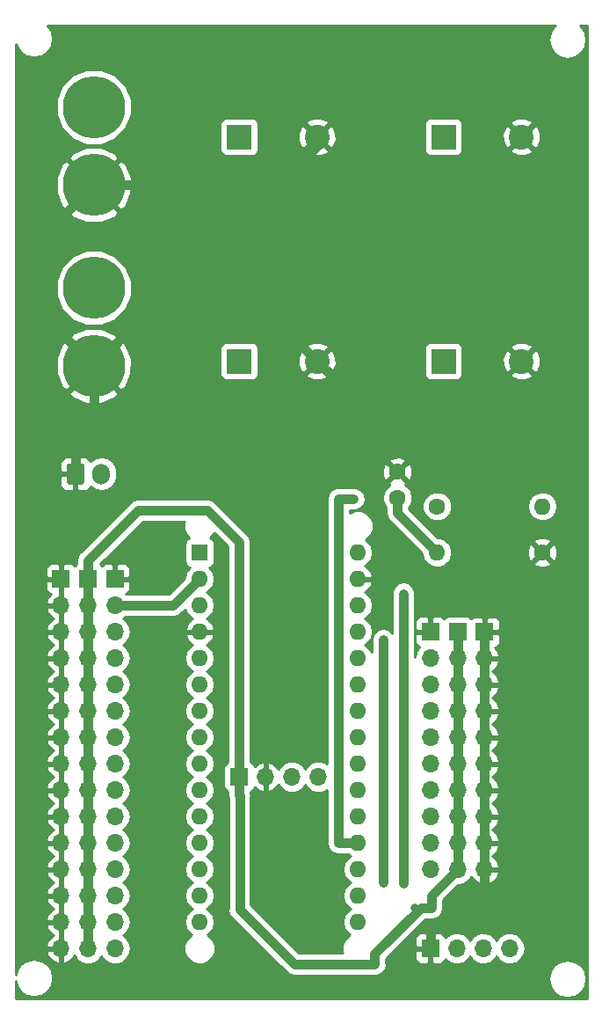
<source format=gtl>
G04 #@! TF.GenerationSoftware,KiCad,Pcbnew,(5.0.1-3-g963ef8bb5)*
G04 #@! TF.CreationDate,2018-11-29T22:46:30+01:00*
G04 #@! TF.ProjectId,condensadores,636F6E64656E7361646F7265732E6B69,rev?*
G04 #@! TF.SameCoordinates,Original*
G04 #@! TF.FileFunction,Copper,L1,Top,Signal*
G04 #@! TF.FilePolarity,Positive*
%FSLAX46Y46*%
G04 Gerber Fmt 4.6, Leading zero omitted, Abs format (unit mm)*
G04 Created by KiCad (PCBNEW (5.0.1-3-g963ef8bb5)) date jueves, 29 de noviembre de 2018, 22:46:30*
%MOMM*%
%LPD*%
G01*
G04 APERTURE LIST*
G04 #@! TA.AperFunction,ComponentPad*
%ADD10C,6.000000*%
G04 #@! TD*
G04 #@! TA.AperFunction,Conductor*
%ADD11C,0.100000*%
G04 #@! TD*
G04 #@! TA.AperFunction,ComponentPad*
%ADD12C,1.700000*%
G04 #@! TD*
G04 #@! TA.AperFunction,ComponentPad*
%ADD13O,1.700000X2.000000*%
G04 #@! TD*
G04 #@! TA.AperFunction,ComponentPad*
%ADD14O,1.700000X1.700000*%
G04 #@! TD*
G04 #@! TA.AperFunction,ComponentPad*
%ADD15R,1.700000X1.700000*%
G04 #@! TD*
G04 #@! TA.AperFunction,ComponentPad*
%ADD16R,1.600000X1.600000*%
G04 #@! TD*
G04 #@! TA.AperFunction,ComponentPad*
%ADD17O,1.600000X1.600000*%
G04 #@! TD*
G04 #@! TA.AperFunction,ComponentPad*
%ADD18R,2.400000X2.400000*%
G04 #@! TD*
G04 #@! TA.AperFunction,ComponentPad*
%ADD19C,2.400000*%
G04 #@! TD*
G04 #@! TA.AperFunction,ComponentPad*
%ADD20C,1.600000*%
G04 #@! TD*
G04 #@! TA.AperFunction,ViaPad*
%ADD21C,0.800000*%
G04 #@! TD*
G04 #@! TA.AperFunction,Conductor*
%ADD22C,0.900000*%
G04 #@! TD*
G04 #@! TA.AperFunction,Conductor*
%ADD23C,0.254000*%
G04 #@! TD*
G04 APERTURE END LIST*
D10*
G04 #@! TO.P,J1,1*
G04 #@! TO.N,GND*
X76150000Y-106500000D03*
G04 #@! TO.P,J1,2*
G04 #@! TO.N,/+12V*
X76150000Y-99000000D03*
G04 #@! TD*
G04 #@! TO.P,J1,1*
G04 #@! TO.N,GND*
X76150000Y-89100000D03*
G04 #@! TO.P,J1,2*
G04 #@! TO.N,/+12V*
X76150000Y-81600000D03*
G04 #@! TD*
D11*
G04 #@! TO.N,GND*
G04 #@! TO.C,J3*
G36*
X75024504Y-115901204D02*
X75048773Y-115904804D01*
X75072571Y-115910765D01*
X75095671Y-115919030D01*
X75117849Y-115929520D01*
X75138893Y-115942133D01*
X75158598Y-115956747D01*
X75176777Y-115973223D01*
X75193253Y-115991402D01*
X75207867Y-116011107D01*
X75220480Y-116032151D01*
X75230970Y-116054329D01*
X75239235Y-116077429D01*
X75245196Y-116101227D01*
X75248796Y-116125496D01*
X75250000Y-116150000D01*
X75250000Y-117650000D01*
X75248796Y-117674504D01*
X75245196Y-117698773D01*
X75239235Y-117722571D01*
X75230970Y-117745671D01*
X75220480Y-117767849D01*
X75207867Y-117788893D01*
X75193253Y-117808598D01*
X75176777Y-117826777D01*
X75158598Y-117843253D01*
X75138893Y-117857867D01*
X75117849Y-117870480D01*
X75095671Y-117880970D01*
X75072571Y-117889235D01*
X75048773Y-117895196D01*
X75024504Y-117898796D01*
X75000000Y-117900000D01*
X73800000Y-117900000D01*
X73775496Y-117898796D01*
X73751227Y-117895196D01*
X73727429Y-117889235D01*
X73704329Y-117880970D01*
X73682151Y-117870480D01*
X73661107Y-117857867D01*
X73641402Y-117843253D01*
X73623223Y-117826777D01*
X73606747Y-117808598D01*
X73592133Y-117788893D01*
X73579520Y-117767849D01*
X73569030Y-117745671D01*
X73560765Y-117722571D01*
X73554804Y-117698773D01*
X73551204Y-117674504D01*
X73550000Y-117650000D01*
X73550000Y-116150000D01*
X73551204Y-116125496D01*
X73554804Y-116101227D01*
X73560765Y-116077429D01*
X73569030Y-116054329D01*
X73579520Y-116032151D01*
X73592133Y-116011107D01*
X73606747Y-115991402D01*
X73623223Y-115973223D01*
X73641402Y-115956747D01*
X73661107Y-115942133D01*
X73682151Y-115929520D01*
X73704329Y-115919030D01*
X73727429Y-115910765D01*
X73751227Y-115904804D01*
X73775496Y-115901204D01*
X73800000Y-115900000D01*
X75000000Y-115900000D01*
X75024504Y-115901204D01*
X75024504Y-115901204D01*
G37*
D12*
G04 #@! TD*
G04 #@! TO.P,J3,1*
G04 #@! TO.N,GND*
X74400000Y-116900000D03*
D13*
G04 #@! TO.P,J3,2*
G04 #@! TO.N,IN+*
X76900000Y-116900000D03*
G04 #@! TD*
D14*
G04 #@! TO.P,DC-DC_5V,4*
G04 #@! TO.N,Net-(DC-DC_5V1-Pad4)*
X97790000Y-146050000D03*
G04 #@! TO.P,DC-DC_5V,3*
G04 #@! TO.N,IN+*
X95250000Y-146050000D03*
G04 #@! TO.P,DC-DC_5V,2*
G04 #@! TO.N,GND*
X92710000Y-146050000D03*
D15*
G04 #@! TO.P,DC-DC_5V,1*
G04 #@! TO.N,+5V*
X90170000Y-146050000D03*
G04 #@! TD*
D16*
G04 #@! TO.P,Arduino Nano,1*
G04 #@! TO.N,Net-(A1-Pad1)*
X86360000Y-124460000D03*
D17*
G04 #@! TO.P,Arduino Nano,17*
G04 #@! TO.N,Net-(A1-Pad17)*
X101600000Y-157480000D03*
G04 #@! TO.P,Arduino Nano,2*
G04 #@! TO.N,Net-(A1-Pad2)*
X86360000Y-127000000D03*
G04 #@! TO.P,Arduino Nano,18*
G04 #@! TO.N,Net-(A1-Pad18)*
X101600000Y-154940000D03*
G04 #@! TO.P,Arduino Nano,3*
G04 #@! TO.N,Net-(A1-Pad3)*
X86360000Y-129540000D03*
G04 #@! TO.P,Arduino Nano,19*
G04 #@! TO.N,A0*
X101600000Y-152400000D03*
G04 #@! TO.P,Arduino Nano,4*
G04 #@! TO.N,GND*
X86360000Y-132080000D03*
G04 #@! TO.P,Arduino Nano,20*
G04 #@! TO.N,Net-(A1-Pad20)*
X101600000Y-149860000D03*
G04 #@! TO.P,Arduino Nano,5*
G04 #@! TO.N,Net-(A1-Pad5)*
X86360000Y-134620000D03*
G04 #@! TO.P,Arduino Nano,21*
G04 #@! TO.N,Net-(A1-Pad21)*
X101600000Y-147320000D03*
G04 #@! TO.P,Arduino Nano,6*
G04 #@! TO.N,Net-(A1-Pad6)*
X86360000Y-137160000D03*
G04 #@! TO.P,Arduino Nano,22*
G04 #@! TO.N,Net-(A1-Pad22)*
X101600000Y-144780000D03*
G04 #@! TO.P,Arduino Nano,7*
G04 #@! TO.N,Net-(A1-Pad7)*
X86360000Y-139700000D03*
G04 #@! TO.P,Arduino Nano,23*
G04 #@! TO.N,Net-(A1-Pad23)*
X101600000Y-142240000D03*
G04 #@! TO.P,Arduino Nano,8*
G04 #@! TO.N,Net-(A1-Pad8)*
X86360000Y-142240000D03*
G04 #@! TO.P,Arduino Nano,24*
G04 #@! TO.N,Net-(A1-Pad24)*
X101600000Y-139700000D03*
G04 #@! TO.P,Arduino Nano,9*
G04 #@! TO.N,Net-(A1-Pad9)*
X86360000Y-144780000D03*
G04 #@! TO.P,Arduino Nano,25*
G04 #@! TO.N,Net-(A1-Pad25)*
X101600000Y-137160000D03*
G04 #@! TO.P,Arduino Nano,10*
G04 #@! TO.N,Net-(A1-Pad10)*
X86360000Y-147320000D03*
G04 #@! TO.P,Arduino Nano,26*
G04 #@! TO.N,Net-(A1-Pad26)*
X101600000Y-134620000D03*
G04 #@! TO.P,Arduino Nano,11*
G04 #@! TO.N,Net-(A1-Pad11)*
X86360000Y-149860000D03*
G04 #@! TO.P,Arduino Nano,27*
G04 #@! TO.N,+5V*
X101600000Y-132080000D03*
G04 #@! TO.P,Arduino Nano,12*
G04 #@! TO.N,Net-(A1-Pad12)*
X86360000Y-152400000D03*
G04 #@! TO.P,Arduino Nano,28*
G04 #@! TO.N,Net-(A1-Pad28)*
X101600000Y-129540000D03*
G04 #@! TO.P,Arduino Nano,13*
G04 #@! TO.N,Net-(A1-Pad13)*
X86360000Y-154940000D03*
G04 #@! TO.P,Arduino Nano,29*
G04 #@! TO.N,GND*
X101600000Y-127000000D03*
G04 #@! TO.P,Arduino Nano,14*
G04 #@! TO.N,Net-(A1-Pad14)*
X86360000Y-157480000D03*
G04 #@! TO.P,Arduino Nano,30*
G04 #@! TO.N,IN+*
X101600000Y-124460000D03*
G04 #@! TO.P,Arduino Nano,15*
G04 #@! TO.N,Net-(A1-Pad15)*
X86360000Y-160020000D03*
G04 #@! TO.P,Arduino Nano,16*
G04 #@! TO.N,Net-(A1-Pad16)*
X101600000Y-160020000D03*
G04 #@! TD*
D18*
G04 #@! TO.P,C1,1*
G04 #@! TO.N,/+12V*
X90170000Y-84455000D03*
D19*
G04 #@! TO.P,C1,2*
G04 #@! TO.N,GND*
X97670000Y-84455000D03*
G04 #@! TD*
G04 #@! TO.P,C2,2*
G04 #@! TO.N,GND*
X117355000Y-84455000D03*
D18*
G04 #@! TO.P,C2,1*
G04 #@! TO.N,/+12V*
X109855000Y-84455000D03*
G04 #@! TD*
G04 #@! TO.P,C3,1*
G04 #@! TO.N,/+12V*
X109855000Y-106045000D03*
D19*
G04 #@! TO.P,C3,2*
G04 #@! TO.N,GND*
X117355000Y-106045000D03*
G04 #@! TD*
G04 #@! TO.P,C4,2*
G04 #@! TO.N,GND*
X97670000Y-106045000D03*
D18*
G04 #@! TO.P,C4,1*
G04 #@! TO.N,/+12V*
X90170000Y-106045000D03*
G04 #@! TD*
D20*
G04 #@! TO.P,C5,1*
G04 #@! TO.N,GND*
X105410000Y-116700000D03*
G04 #@! TO.P,C5,2*
G04 #@! TO.N,A0*
X105410000Y-119200000D03*
G04 #@! TD*
D15*
G04 #@! TO.P,SIG,1*
G04 #@! TO.N,GND*
X78200000Y-127000000D03*
D14*
G04 #@! TO.P,SIG,2*
G04 #@! TO.N,Net-(A1-Pad2)*
X78200000Y-129540000D03*
G04 #@! TO.P,SIG,3*
G04 #@! TO.N,Net-(A1-Pad1)*
X78200000Y-132080000D03*
G04 #@! TO.P,SIG,4*
G04 #@! TO.N,Net-(A1-Pad5)*
X78200000Y-134620000D03*
G04 #@! TO.P,SIG,5*
G04 #@! TO.N,Net-(A1-Pad6)*
X78200000Y-137160000D03*
G04 #@! TO.P,SIG,6*
G04 #@! TO.N,Net-(A1-Pad7)*
X78200000Y-139700000D03*
G04 #@! TO.P,SIG,7*
G04 #@! TO.N,Net-(A1-Pad8)*
X78200000Y-142240000D03*
G04 #@! TO.P,SIG,8*
G04 #@! TO.N,Net-(A1-Pad9)*
X78200000Y-144780000D03*
G04 #@! TO.P,SIG,9*
G04 #@! TO.N,Net-(A1-Pad10)*
X78200000Y-147320000D03*
G04 #@! TO.P,SIG,10*
G04 #@! TO.N,Net-(A1-Pad11)*
X78200000Y-149860000D03*
G04 #@! TO.P,SIG,11*
G04 #@! TO.N,Net-(A1-Pad12)*
X78200000Y-152400000D03*
G04 #@! TO.P,SIG,12*
G04 #@! TO.N,Net-(A1-Pad13)*
X78200000Y-154940000D03*
G04 #@! TO.P,SIG,13*
G04 #@! TO.N,Net-(A1-Pad14)*
X78200000Y-157480000D03*
G04 #@! TO.P,SIG,14*
G04 #@! TO.N,Net-(A1-Pad15)*
X78200000Y-160020000D03*
G04 #@! TO.P,SIG,15*
G04 #@! TO.N,Net-(A1-Pad16)*
X78200000Y-162560000D03*
G04 #@! TD*
D15*
G04 #@! TO.P,SIG,1*
G04 #@! TO.N,GND*
X108585000Y-132080000D03*
D14*
G04 #@! TO.P,SIG,2*
G04 #@! TO.N,Net-(A1-Pad26)*
X108585000Y-134620000D03*
G04 #@! TO.P,SIG,3*
G04 #@! TO.N,Net-(A1-Pad25)*
X108585000Y-137160000D03*
G04 #@! TO.P,SIG,4*
G04 #@! TO.N,Net-(A1-Pad24)*
X108585000Y-139700000D03*
G04 #@! TO.P,SIG,5*
G04 #@! TO.N,Net-(A1-Pad23)*
X108585000Y-142240000D03*
G04 #@! TO.P,SIG,6*
G04 #@! TO.N,Net-(A1-Pad22)*
X108585000Y-144780000D03*
G04 #@! TO.P,SIG,7*
G04 #@! TO.N,Net-(A1-Pad21)*
X108585000Y-147320000D03*
G04 #@! TO.P,SIG,8*
G04 #@! TO.N,Net-(A1-Pad20)*
X108585000Y-149860000D03*
G04 #@! TO.P,SIG,9*
G04 #@! TO.N,A0*
X108585000Y-152400000D03*
G04 #@! TO.P,SIG,10*
G04 #@! TO.N,Net-(A1-Pad18)*
X108585000Y-154940000D03*
G04 #@! TD*
D15*
G04 #@! TO.P,JA3,1*
G04 #@! TO.N,GND*
X108585000Y-162560000D03*
D14*
G04 #@! TO.P,JA3,2*
G04 #@! TO.N,+5V*
X111125000Y-162560000D03*
G04 #@! TO.P,JA3,3*
G04 #@! TO.N,Net-(A1-Pad17)*
X113665000Y-162560000D03*
G04 #@! TO.P,JA3,4*
G04 #@! TO.N,IN+*
X116205000Y-162560000D03*
G04 #@! TD*
G04 #@! TO.P,+5V,15*
G04 #@! TO.N,+5V*
X75600000Y-162560000D03*
G04 #@! TO.P,+5V,14*
X75600000Y-160020000D03*
G04 #@! TO.P,+5V,13*
X75600000Y-157480000D03*
G04 #@! TO.P,+5V,12*
X75600000Y-154940000D03*
G04 #@! TO.P,+5V,11*
X75600000Y-152400000D03*
G04 #@! TO.P,+5V,10*
X75600000Y-149860000D03*
G04 #@! TO.P,+5V,9*
X75600000Y-147320000D03*
G04 #@! TO.P,+5V,8*
X75600000Y-144780000D03*
G04 #@! TO.P,+5V,7*
X75600000Y-142240000D03*
G04 #@! TO.P,+5V,6*
X75600000Y-139700000D03*
G04 #@! TO.P,+5V,5*
X75600000Y-137160000D03*
G04 #@! TO.P,+5V,4*
X75600000Y-134620000D03*
G04 #@! TO.P,+5V,3*
X75600000Y-132080000D03*
G04 #@! TO.P,+5V,2*
X75600000Y-129540000D03*
D15*
G04 #@! TO.P,+5V,1*
X75600000Y-127000000D03*
G04 #@! TD*
G04 #@! TO.P,GND,1*
G04 #@! TO.N,GND*
X73000000Y-127000000D03*
D14*
G04 #@! TO.P,GND,2*
X73000000Y-129540000D03*
G04 #@! TO.P,GND,3*
X73000000Y-132080000D03*
G04 #@! TO.P,GND,4*
X73000000Y-134620000D03*
G04 #@! TO.P,GND,5*
X73000000Y-137160000D03*
G04 #@! TO.P,GND,6*
X73000000Y-139700000D03*
G04 #@! TO.P,GND,7*
X73000000Y-142240000D03*
G04 #@! TO.P,GND,8*
X73000000Y-144780000D03*
G04 #@! TO.P,GND,9*
X73000000Y-147320000D03*
G04 #@! TO.P,GND,10*
X73000000Y-149860000D03*
G04 #@! TO.P,GND,11*
X73000000Y-152400000D03*
G04 #@! TO.P,GND,12*
X73000000Y-154940000D03*
G04 #@! TO.P,GND,13*
X73000000Y-157480000D03*
G04 #@! TO.P,GND,14*
X73000000Y-160020000D03*
G04 #@! TO.P,GND,15*
X73000000Y-162560000D03*
G04 #@! TD*
G04 #@! TO.P,GND,10*
G04 #@! TO.N,GND*
X113800000Y-154960000D03*
G04 #@! TO.P,GND,9*
X113800000Y-152420000D03*
G04 #@! TO.P,GND,8*
X113800000Y-149880000D03*
G04 #@! TO.P,GND,7*
X113800000Y-147340000D03*
G04 #@! TO.P,GND,6*
X113800000Y-144800000D03*
G04 #@! TO.P,GND,5*
X113800000Y-142260000D03*
G04 #@! TO.P,GND,4*
X113800000Y-139720000D03*
G04 #@! TO.P,GND,3*
X113800000Y-137180000D03*
G04 #@! TO.P,GND,2*
X113800000Y-134640000D03*
D15*
G04 #@! TO.P,GND,1*
X113800000Y-132100000D03*
G04 #@! TD*
G04 #@! TO.P,+5V,1*
G04 #@! TO.N,+5V*
X111200000Y-132080000D03*
D14*
G04 #@! TO.P,+5V,2*
X111200000Y-134620000D03*
G04 #@! TO.P,+5V,3*
X111200000Y-137160000D03*
G04 #@! TO.P,+5V,4*
X111200000Y-139700000D03*
G04 #@! TO.P,+5V,5*
X111200000Y-142240000D03*
G04 #@! TO.P,+5V,6*
X111200000Y-144780000D03*
G04 #@! TO.P,+5V,7*
X111200000Y-147320000D03*
G04 #@! TO.P,+5V,8*
X111200000Y-149860000D03*
G04 #@! TO.P,+5V,9*
X111200000Y-152400000D03*
G04 #@! TO.P,+5V,10*
X111200000Y-154940000D03*
G04 #@! TD*
D20*
G04 #@! TO.P,R1,1*
G04 #@! TO.N,A0*
X109220000Y-120015000D03*
D17*
G04 #@! TO.P,R1,2*
G04 #@! TO.N,/+12V*
X119380000Y-120015000D03*
G04 #@! TD*
G04 #@! TO.P,R2,2*
G04 #@! TO.N,A0*
X109220000Y-124460000D03*
D20*
G04 #@! TO.P,R2,1*
G04 #@! TO.N,GND*
X119380000Y-124460000D03*
G04 #@! TD*
D21*
G04 #@! TO.N,GND*
X107100000Y-109500000D03*
X94000000Y-89000000D03*
G04 #@! TO.N,A0*
X101200000Y-119300000D03*
G04 #@! TO.N,+5V*
X104000000Y-156200000D03*
X104020001Y-132879999D03*
X108700000Y-158700000D03*
X107100000Y-158700000D03*
G04 #@! TO.N,IN+*
X106000000Y-128400000D03*
X106000000Y-156200000D03*
G04 #@! TD*
D22*
G04 #@! TO.N,Net-(A1-Pad2)*
X83820000Y-129540000D02*
X86360000Y-127000000D01*
X78200000Y-129540000D02*
X83820000Y-129540000D01*
G04 #@! TO.N,GND*
X101125000Y-109500000D02*
X97670000Y-106045000D01*
X107100000Y-109500000D02*
X101125000Y-109500000D01*
X108585000Y-160810000D02*
X108700000Y-160695000D01*
X108585000Y-162560000D02*
X108585000Y-160810000D01*
X110450000Y-160695000D02*
X111945000Y-159200000D01*
X108700000Y-160695000D02*
X110450000Y-160695000D01*
X111945000Y-159200000D02*
X111945000Y-159155000D01*
X113800000Y-157345000D02*
X111945000Y-159200000D01*
X113800000Y-132100000D02*
X113800000Y-157345000D01*
X84400000Y-103700000D02*
X86100000Y-102000000D01*
X93625000Y-102000000D02*
X97670000Y-106045000D01*
X86100000Y-102000000D02*
X93625000Y-102000000D01*
X97670000Y-85330000D02*
X94000000Y-89000000D01*
X97670000Y-84455000D02*
X97670000Y-85330000D01*
X70900000Y-103150440D02*
X71449560Y-103700000D01*
X70900000Y-92900000D02*
X70900000Y-103150440D01*
X72350000Y-92900000D02*
X76150000Y-89100000D01*
X70900000Y-92900000D02*
X72350000Y-92900000D01*
X93900000Y-89100000D02*
X94000000Y-89000000D01*
X76150000Y-89100000D02*
X93900000Y-89100000D01*
X73150001Y-103500001D02*
X76150000Y-106500000D01*
X71649559Y-103500001D02*
X73150001Y-103500001D01*
X71449560Y-103700000D02*
X71649559Y-103500001D01*
X84200001Y-103500001D02*
X84400000Y-103700000D01*
X79149999Y-103500001D02*
X84200001Y-103500001D01*
X76150000Y-106500000D02*
X79149999Y-103500001D01*
X75892640Y-111000000D02*
X76150000Y-110742640D01*
X74400000Y-111000000D02*
X75892640Y-111000000D01*
X76150000Y-110742640D02*
X76150000Y-106500000D01*
X74400000Y-116900000D02*
X74400000Y-111000000D01*
G04 #@! TO.N,A0*
X101600000Y-152400000D02*
X99700000Y-152400000D01*
X99700000Y-152400000D02*
X99700000Y-123100000D01*
X99700000Y-123100000D02*
X99700000Y-121540798D01*
X99700000Y-121540798D02*
X99700000Y-119300000D01*
X99700000Y-119300000D02*
X101200000Y-119300000D01*
X101200000Y-119300000D02*
X101200000Y-119300000D01*
X105410000Y-120650000D02*
X109220000Y-124460000D01*
X105410000Y-119200000D02*
X105410000Y-120650000D01*
G04 #@! TO.N,+5V*
X104020001Y-156179999D02*
X104000000Y-156200000D01*
X104020001Y-132879999D02*
X104020001Y-156179999D01*
X95500001Y-164100001D02*
X103234999Y-164100001D01*
X90170000Y-147800000D02*
X90200000Y-147830000D01*
X90200000Y-158800000D02*
X95500001Y-164100001D01*
X90200000Y-147830000D02*
X90200000Y-158800000D01*
X90170000Y-146050000D02*
X90170000Y-147800000D01*
X80435001Y-120379999D02*
X75565000Y-125250000D01*
X87099201Y-120379999D02*
X80435001Y-120379999D01*
X90170000Y-123450798D02*
X87099201Y-120379999D01*
X90170000Y-146050000D02*
X90170000Y-123450798D01*
X107640000Y-158700000D02*
X108134315Y-158700000D01*
X108134315Y-158700000D02*
X108700000Y-158700000D01*
X103234999Y-163105001D02*
X107640000Y-158700000D01*
X103234999Y-164100001D02*
X103234999Y-163105001D01*
X108700000Y-157440000D02*
X111200000Y-154940000D01*
X108700000Y-158700000D02*
X108700000Y-157440000D01*
X111200000Y-154940000D02*
X111200000Y-132080000D01*
X75600000Y-125285000D02*
X75600000Y-162560000D01*
X75565000Y-125250000D02*
X75600000Y-125285000D01*
G04 #@! TO.N,IN+*
X106000000Y-128400000D02*
X106000000Y-156100000D01*
X106000000Y-156100000D02*
X106000000Y-156300000D01*
G04 #@! TD*
D23*
G04 #@! TO.N,GND*
G36*
X123665001Y-167365000D02*
X68635347Y-167365000D01*
X68636120Y-165732409D01*
X68709300Y-166100311D01*
X69105995Y-166694005D01*
X69699689Y-167090700D01*
X70400000Y-167230000D01*
X71100311Y-167090700D01*
X71694005Y-166694005D01*
X72090700Y-166100311D01*
X72210108Y-165500000D01*
X119970000Y-165500000D01*
X120109300Y-166200311D01*
X120505995Y-166794005D01*
X121099689Y-167190700D01*
X121800000Y-167330000D01*
X122500311Y-167190700D01*
X123094005Y-166794005D01*
X123490700Y-166200311D01*
X123630000Y-165500000D01*
X123490700Y-164799689D01*
X123094005Y-164205995D01*
X122500311Y-163809300D01*
X121800000Y-163670000D01*
X121099689Y-163809300D01*
X120505995Y-164205995D01*
X120109300Y-164799689D01*
X119970000Y-165500000D01*
X72210108Y-165500000D01*
X72230000Y-165400000D01*
X72090700Y-164699689D01*
X71694005Y-164105995D01*
X71100311Y-163709300D01*
X70400000Y-163570000D01*
X69699689Y-163709300D01*
X69105995Y-164105995D01*
X68709300Y-164699689D01*
X68636435Y-165066005D01*
X68637452Y-162916890D01*
X71558524Y-162916890D01*
X71728355Y-163326924D01*
X72118642Y-163755183D01*
X72643108Y-164001486D01*
X72873000Y-163880819D01*
X72873000Y-162687000D01*
X71679845Y-162687000D01*
X71558524Y-162916890D01*
X68637452Y-162916890D01*
X68638654Y-160376890D01*
X71558524Y-160376890D01*
X71728355Y-160786924D01*
X72118642Y-161215183D01*
X72277954Y-161290000D01*
X72118642Y-161364817D01*
X71728355Y-161793076D01*
X71558524Y-162203110D01*
X71679845Y-162433000D01*
X72873000Y-162433000D01*
X72873000Y-160147000D01*
X71679845Y-160147000D01*
X71558524Y-160376890D01*
X68638654Y-160376890D01*
X68639856Y-157836890D01*
X71558524Y-157836890D01*
X71728355Y-158246924D01*
X72118642Y-158675183D01*
X72277954Y-158750000D01*
X72118642Y-158824817D01*
X71728355Y-159253076D01*
X71558524Y-159663110D01*
X71679845Y-159893000D01*
X72873000Y-159893000D01*
X72873000Y-157607000D01*
X71679845Y-157607000D01*
X71558524Y-157836890D01*
X68639856Y-157836890D01*
X68641058Y-155296890D01*
X71558524Y-155296890D01*
X71728355Y-155706924D01*
X72118642Y-156135183D01*
X72277954Y-156210000D01*
X72118642Y-156284817D01*
X71728355Y-156713076D01*
X71558524Y-157123110D01*
X71679845Y-157353000D01*
X72873000Y-157353000D01*
X72873000Y-155067000D01*
X71679845Y-155067000D01*
X71558524Y-155296890D01*
X68641058Y-155296890D01*
X68642260Y-152756890D01*
X71558524Y-152756890D01*
X71728355Y-153166924D01*
X72118642Y-153595183D01*
X72277954Y-153670000D01*
X72118642Y-153744817D01*
X71728355Y-154173076D01*
X71558524Y-154583110D01*
X71679845Y-154813000D01*
X72873000Y-154813000D01*
X72873000Y-152527000D01*
X71679845Y-152527000D01*
X71558524Y-152756890D01*
X68642260Y-152756890D01*
X68643462Y-150216890D01*
X71558524Y-150216890D01*
X71728355Y-150626924D01*
X72118642Y-151055183D01*
X72277954Y-151130000D01*
X72118642Y-151204817D01*
X71728355Y-151633076D01*
X71558524Y-152043110D01*
X71679845Y-152273000D01*
X72873000Y-152273000D01*
X72873000Y-149987000D01*
X71679845Y-149987000D01*
X71558524Y-150216890D01*
X68643462Y-150216890D01*
X68644664Y-147676890D01*
X71558524Y-147676890D01*
X71728355Y-148086924D01*
X72118642Y-148515183D01*
X72277954Y-148590000D01*
X72118642Y-148664817D01*
X71728355Y-149093076D01*
X71558524Y-149503110D01*
X71679845Y-149733000D01*
X72873000Y-149733000D01*
X72873000Y-147447000D01*
X71679845Y-147447000D01*
X71558524Y-147676890D01*
X68644664Y-147676890D01*
X68645866Y-145136890D01*
X71558524Y-145136890D01*
X71728355Y-145546924D01*
X72118642Y-145975183D01*
X72277954Y-146050000D01*
X72118642Y-146124817D01*
X71728355Y-146553076D01*
X71558524Y-146963110D01*
X71679845Y-147193000D01*
X72873000Y-147193000D01*
X72873000Y-144907000D01*
X71679845Y-144907000D01*
X71558524Y-145136890D01*
X68645866Y-145136890D01*
X68647068Y-142596890D01*
X71558524Y-142596890D01*
X71728355Y-143006924D01*
X72118642Y-143435183D01*
X72277954Y-143510000D01*
X72118642Y-143584817D01*
X71728355Y-144013076D01*
X71558524Y-144423110D01*
X71679845Y-144653000D01*
X72873000Y-144653000D01*
X72873000Y-142367000D01*
X71679845Y-142367000D01*
X71558524Y-142596890D01*
X68647068Y-142596890D01*
X68648270Y-140056890D01*
X71558524Y-140056890D01*
X71728355Y-140466924D01*
X72118642Y-140895183D01*
X72277954Y-140970000D01*
X72118642Y-141044817D01*
X71728355Y-141473076D01*
X71558524Y-141883110D01*
X71679845Y-142113000D01*
X72873000Y-142113000D01*
X72873000Y-139827000D01*
X71679845Y-139827000D01*
X71558524Y-140056890D01*
X68648270Y-140056890D01*
X68649472Y-137516890D01*
X71558524Y-137516890D01*
X71728355Y-137926924D01*
X72118642Y-138355183D01*
X72277954Y-138430000D01*
X72118642Y-138504817D01*
X71728355Y-138933076D01*
X71558524Y-139343110D01*
X71679845Y-139573000D01*
X72873000Y-139573000D01*
X72873000Y-137287000D01*
X71679845Y-137287000D01*
X71558524Y-137516890D01*
X68649472Y-137516890D01*
X68650674Y-134976890D01*
X71558524Y-134976890D01*
X71728355Y-135386924D01*
X72118642Y-135815183D01*
X72277954Y-135890000D01*
X72118642Y-135964817D01*
X71728355Y-136393076D01*
X71558524Y-136803110D01*
X71679845Y-137033000D01*
X72873000Y-137033000D01*
X72873000Y-134747000D01*
X71679845Y-134747000D01*
X71558524Y-134976890D01*
X68650674Y-134976890D01*
X68651877Y-132436890D01*
X71558524Y-132436890D01*
X71728355Y-132846924D01*
X72118642Y-133275183D01*
X72277954Y-133350000D01*
X72118642Y-133424817D01*
X71728355Y-133853076D01*
X71558524Y-134263110D01*
X71679845Y-134493000D01*
X72873000Y-134493000D01*
X72873000Y-132207000D01*
X71679845Y-132207000D01*
X71558524Y-132436890D01*
X68651877Y-132436890D01*
X68653080Y-129896890D01*
X71558524Y-129896890D01*
X71728355Y-130306924D01*
X72118642Y-130735183D01*
X72277954Y-130810000D01*
X72118642Y-130884817D01*
X71728355Y-131313076D01*
X71558524Y-131723110D01*
X71679845Y-131953000D01*
X72873000Y-131953000D01*
X72873000Y-129667000D01*
X71679845Y-129667000D01*
X71558524Y-129896890D01*
X68653080Y-129896890D01*
X68654317Y-127285750D01*
X71515000Y-127285750D01*
X71515000Y-127976310D01*
X71611673Y-128209699D01*
X71790302Y-128388327D01*
X71999878Y-128475136D01*
X71728355Y-128773076D01*
X71558524Y-129183110D01*
X71679845Y-129413000D01*
X72873000Y-129413000D01*
X72873000Y-127127000D01*
X71673750Y-127127000D01*
X71515000Y-127285750D01*
X68654317Y-127285750D01*
X68654914Y-126023690D01*
X71515000Y-126023690D01*
X71515000Y-126714250D01*
X71673750Y-126873000D01*
X72873000Y-126873000D01*
X72873000Y-125673750D01*
X73127000Y-125673750D01*
X73127000Y-126873000D01*
X73147000Y-126873000D01*
X73147000Y-127127000D01*
X73127000Y-127127000D01*
X73127000Y-129413000D01*
X73147000Y-129413000D01*
X73147000Y-129667000D01*
X73127000Y-129667000D01*
X73127000Y-131953000D01*
X73147000Y-131953000D01*
X73147000Y-132207000D01*
X73127000Y-132207000D01*
X73127000Y-134493000D01*
X73147000Y-134493000D01*
X73147000Y-134747000D01*
X73127000Y-134747000D01*
X73127000Y-137033000D01*
X73147000Y-137033000D01*
X73147000Y-137287000D01*
X73127000Y-137287000D01*
X73127000Y-139573000D01*
X73147000Y-139573000D01*
X73147000Y-139827000D01*
X73127000Y-139827000D01*
X73127000Y-142113000D01*
X73147000Y-142113000D01*
X73147000Y-142367000D01*
X73127000Y-142367000D01*
X73127000Y-144653000D01*
X73147000Y-144653000D01*
X73147000Y-144907000D01*
X73127000Y-144907000D01*
X73127000Y-147193000D01*
X73147000Y-147193000D01*
X73147000Y-147447000D01*
X73127000Y-147447000D01*
X73127000Y-149733000D01*
X73147000Y-149733000D01*
X73147000Y-149987000D01*
X73127000Y-149987000D01*
X73127000Y-152273000D01*
X73147000Y-152273000D01*
X73147000Y-152527000D01*
X73127000Y-152527000D01*
X73127000Y-154813000D01*
X73147000Y-154813000D01*
X73147000Y-155067000D01*
X73127000Y-155067000D01*
X73127000Y-157353000D01*
X73147000Y-157353000D01*
X73147000Y-157607000D01*
X73127000Y-157607000D01*
X73127000Y-159893000D01*
X73147000Y-159893000D01*
X73147000Y-160147000D01*
X73127000Y-160147000D01*
X73127000Y-162433000D01*
X73147000Y-162433000D01*
X73147000Y-162687000D01*
X73127000Y-162687000D01*
X73127000Y-163880819D01*
X73356892Y-164001486D01*
X73881358Y-163755183D01*
X74271645Y-163326924D01*
X74292617Y-163276291D01*
X74529375Y-163630625D01*
X75020582Y-163958839D01*
X75453744Y-164045000D01*
X75746256Y-164045000D01*
X76179418Y-163958839D01*
X76670625Y-163630625D01*
X76900000Y-163287341D01*
X77129375Y-163630625D01*
X77620582Y-163958839D01*
X78053744Y-164045000D01*
X78346256Y-164045000D01*
X78779418Y-163958839D01*
X79270625Y-163630625D01*
X79598839Y-163139418D01*
X79714092Y-162560000D01*
X79653754Y-162256659D01*
X84835000Y-162256659D01*
X84835000Y-162863341D01*
X85067167Y-163423843D01*
X85496157Y-163852833D01*
X86056659Y-164085000D01*
X86663341Y-164085000D01*
X87223843Y-163852833D01*
X87652833Y-163423843D01*
X87885000Y-162863341D01*
X87885000Y-162256659D01*
X87652833Y-161696157D01*
X87223843Y-161267167D01*
X87132832Y-161229469D01*
X87394577Y-161054577D01*
X87711740Y-160579909D01*
X87823113Y-160020000D01*
X87711740Y-159460091D01*
X87394577Y-158985423D01*
X87042242Y-158750000D01*
X87394577Y-158514577D01*
X87711740Y-158039909D01*
X87823113Y-157480000D01*
X87711740Y-156920091D01*
X87394577Y-156445423D01*
X87042242Y-156210000D01*
X87394577Y-155974577D01*
X87711740Y-155499909D01*
X87823113Y-154940000D01*
X87711740Y-154380091D01*
X87394577Y-153905423D01*
X87042242Y-153670000D01*
X87394577Y-153434577D01*
X87711740Y-152959909D01*
X87823113Y-152400000D01*
X87711740Y-151840091D01*
X87394577Y-151365423D01*
X87042242Y-151130000D01*
X87394577Y-150894577D01*
X87711740Y-150419909D01*
X87823113Y-149860000D01*
X87711740Y-149300091D01*
X87394577Y-148825423D01*
X87042242Y-148590000D01*
X87394577Y-148354577D01*
X87711740Y-147879909D01*
X87823113Y-147320000D01*
X87711740Y-146760091D01*
X87394577Y-146285423D01*
X87042242Y-146050000D01*
X87394577Y-145814577D01*
X87711740Y-145339909D01*
X87823113Y-144780000D01*
X87711740Y-144220091D01*
X87394577Y-143745423D01*
X87042242Y-143510000D01*
X87394577Y-143274577D01*
X87711740Y-142799909D01*
X87823113Y-142240000D01*
X87711740Y-141680091D01*
X87394577Y-141205423D01*
X87042242Y-140970000D01*
X87394577Y-140734577D01*
X87711740Y-140259909D01*
X87823113Y-139700000D01*
X87711740Y-139140091D01*
X87394577Y-138665423D01*
X87042242Y-138430000D01*
X87394577Y-138194577D01*
X87711740Y-137719909D01*
X87823113Y-137160000D01*
X87711740Y-136600091D01*
X87394577Y-136125423D01*
X87042242Y-135890000D01*
X87394577Y-135654577D01*
X87711740Y-135179909D01*
X87823113Y-134620000D01*
X87711740Y-134060091D01*
X87394577Y-133585423D01*
X87010892Y-133329053D01*
X87215134Y-133232389D01*
X87591041Y-132817423D01*
X87751904Y-132429039D01*
X87629915Y-132207000D01*
X86487000Y-132207000D01*
X86487000Y-132227000D01*
X86233000Y-132227000D01*
X86233000Y-132207000D01*
X85090085Y-132207000D01*
X84968096Y-132429039D01*
X85128959Y-132817423D01*
X85504866Y-133232389D01*
X85709108Y-133329053D01*
X85325423Y-133585423D01*
X85008260Y-134060091D01*
X84896887Y-134620000D01*
X85008260Y-135179909D01*
X85325423Y-135654577D01*
X85677758Y-135890000D01*
X85325423Y-136125423D01*
X85008260Y-136600091D01*
X84896887Y-137160000D01*
X85008260Y-137719909D01*
X85325423Y-138194577D01*
X85677758Y-138430000D01*
X85325423Y-138665423D01*
X85008260Y-139140091D01*
X84896887Y-139700000D01*
X85008260Y-140259909D01*
X85325423Y-140734577D01*
X85677758Y-140970000D01*
X85325423Y-141205423D01*
X85008260Y-141680091D01*
X84896887Y-142240000D01*
X85008260Y-142799909D01*
X85325423Y-143274577D01*
X85677758Y-143510000D01*
X85325423Y-143745423D01*
X85008260Y-144220091D01*
X84896887Y-144780000D01*
X85008260Y-145339909D01*
X85325423Y-145814577D01*
X85677758Y-146050000D01*
X85325423Y-146285423D01*
X85008260Y-146760091D01*
X84896887Y-147320000D01*
X85008260Y-147879909D01*
X85325423Y-148354577D01*
X85677758Y-148590000D01*
X85325423Y-148825423D01*
X85008260Y-149300091D01*
X84896887Y-149860000D01*
X85008260Y-150419909D01*
X85325423Y-150894577D01*
X85677758Y-151130000D01*
X85325423Y-151365423D01*
X85008260Y-151840091D01*
X84896887Y-152400000D01*
X85008260Y-152959909D01*
X85325423Y-153434577D01*
X85677758Y-153670000D01*
X85325423Y-153905423D01*
X85008260Y-154380091D01*
X84896887Y-154940000D01*
X85008260Y-155499909D01*
X85325423Y-155974577D01*
X85677758Y-156210000D01*
X85325423Y-156445423D01*
X85008260Y-156920091D01*
X84896887Y-157480000D01*
X85008260Y-158039909D01*
X85325423Y-158514577D01*
X85677758Y-158750000D01*
X85325423Y-158985423D01*
X85008260Y-159460091D01*
X84896887Y-160020000D01*
X85008260Y-160579909D01*
X85325423Y-161054577D01*
X85587168Y-161229469D01*
X85496157Y-161267167D01*
X85067167Y-161696157D01*
X84835000Y-162256659D01*
X79653754Y-162256659D01*
X79598839Y-161980582D01*
X79270625Y-161489375D01*
X78972239Y-161290000D01*
X79270625Y-161090625D01*
X79598839Y-160599418D01*
X79714092Y-160020000D01*
X79598839Y-159440582D01*
X79270625Y-158949375D01*
X78972239Y-158750000D01*
X79270625Y-158550625D01*
X79598839Y-158059418D01*
X79714092Y-157480000D01*
X79598839Y-156900582D01*
X79270625Y-156409375D01*
X78972239Y-156210000D01*
X79270625Y-156010625D01*
X79598839Y-155519418D01*
X79714092Y-154940000D01*
X79598839Y-154360582D01*
X79270625Y-153869375D01*
X78972239Y-153670000D01*
X79270625Y-153470625D01*
X79598839Y-152979418D01*
X79714092Y-152400000D01*
X79598839Y-151820582D01*
X79270625Y-151329375D01*
X78972239Y-151130000D01*
X79270625Y-150930625D01*
X79598839Y-150439418D01*
X79714092Y-149860000D01*
X79598839Y-149280582D01*
X79270625Y-148789375D01*
X78972239Y-148590000D01*
X79270625Y-148390625D01*
X79598839Y-147899418D01*
X79714092Y-147320000D01*
X79598839Y-146740582D01*
X79270625Y-146249375D01*
X78972239Y-146050000D01*
X79270625Y-145850625D01*
X79598839Y-145359418D01*
X79714092Y-144780000D01*
X79598839Y-144200582D01*
X79270625Y-143709375D01*
X78972239Y-143510000D01*
X79270625Y-143310625D01*
X79598839Y-142819418D01*
X79714092Y-142240000D01*
X79598839Y-141660582D01*
X79270625Y-141169375D01*
X78972239Y-140970000D01*
X79270625Y-140770625D01*
X79598839Y-140279418D01*
X79714092Y-139700000D01*
X79598839Y-139120582D01*
X79270625Y-138629375D01*
X78972239Y-138430000D01*
X79270625Y-138230625D01*
X79598839Y-137739418D01*
X79714092Y-137160000D01*
X79598839Y-136580582D01*
X79270625Y-136089375D01*
X78972239Y-135890000D01*
X79270625Y-135690625D01*
X79598839Y-135199418D01*
X79714092Y-134620000D01*
X79598839Y-134040582D01*
X79270625Y-133549375D01*
X78972239Y-133350000D01*
X79270625Y-133150625D01*
X79598839Y-132659418D01*
X79714092Y-132080000D01*
X79598839Y-131500582D01*
X79270625Y-131009375D01*
X78972239Y-130810000D01*
X79249111Y-130625000D01*
X83713143Y-130625000D01*
X83820000Y-130646255D01*
X83926857Y-130625000D01*
X83926861Y-130625000D01*
X84243346Y-130562047D01*
X84602241Y-130322241D01*
X84662776Y-130231644D01*
X84972797Y-129921624D01*
X85008260Y-130099909D01*
X85325423Y-130574577D01*
X85709108Y-130830947D01*
X85504866Y-130927611D01*
X85128959Y-131342577D01*
X84968096Y-131730961D01*
X85090085Y-131953000D01*
X86233000Y-131953000D01*
X86233000Y-131933000D01*
X86487000Y-131933000D01*
X86487000Y-131953000D01*
X87629915Y-131953000D01*
X87751904Y-131730961D01*
X87591041Y-131342577D01*
X87215134Y-130927611D01*
X87010892Y-130830947D01*
X87394577Y-130574577D01*
X87711740Y-130099909D01*
X87823113Y-129540000D01*
X87711740Y-128980091D01*
X87394577Y-128505423D01*
X87042242Y-128270000D01*
X87394577Y-128034577D01*
X87711740Y-127559909D01*
X87823113Y-127000000D01*
X87711740Y-126440091D01*
X87394577Y-125965423D01*
X87273894Y-125884785D01*
X87407765Y-125858157D01*
X87617809Y-125717809D01*
X87758157Y-125507765D01*
X87807440Y-125260000D01*
X87807440Y-123660000D01*
X87758157Y-123412235D01*
X87617809Y-123202191D01*
X87407765Y-123061843D01*
X87380297Y-123056379D01*
X87652833Y-122783843D01*
X87745326Y-122560545D01*
X89085001Y-123900221D01*
X89085000Y-144599304D01*
X89072235Y-144601843D01*
X88862191Y-144742191D01*
X88721843Y-144952235D01*
X88672560Y-145200000D01*
X88672560Y-146900000D01*
X88721843Y-147147765D01*
X88862191Y-147357809D01*
X89072235Y-147498157D01*
X89085000Y-147500696D01*
X89085000Y-147693143D01*
X89063745Y-147800000D01*
X89085000Y-147906857D01*
X89085000Y-147906861D01*
X89115000Y-148057678D01*
X89115001Y-158693138D01*
X89093745Y-158800000D01*
X89177953Y-159223345D01*
X89177954Y-159223346D01*
X89417760Y-159582241D01*
X89508354Y-159642774D01*
X94657227Y-164791648D01*
X94717760Y-164882242D01*
X95076655Y-165122048D01*
X95393140Y-165185001D01*
X95393144Y-165185001D01*
X95500000Y-165206256D01*
X95606856Y-165185001D01*
X103128138Y-165185001D01*
X103234999Y-165206257D01*
X103341860Y-165185001D01*
X103658345Y-165122048D01*
X104017240Y-164882242D01*
X104257046Y-164523347D01*
X104341255Y-164100001D01*
X104319999Y-163993140D01*
X104319999Y-163554421D01*
X105028670Y-162845750D01*
X107100000Y-162845750D01*
X107100000Y-163536309D01*
X107196673Y-163769698D01*
X107375301Y-163948327D01*
X107608690Y-164045000D01*
X108299250Y-164045000D01*
X108458000Y-163886250D01*
X108458000Y-162687000D01*
X107258750Y-162687000D01*
X107100000Y-162845750D01*
X105028670Y-162845750D01*
X106290729Y-161583691D01*
X107100000Y-161583691D01*
X107100000Y-162274250D01*
X107258750Y-162433000D01*
X108458000Y-162433000D01*
X108458000Y-161233750D01*
X108712000Y-161233750D01*
X108712000Y-162433000D01*
X108732000Y-162433000D01*
X108732000Y-162687000D01*
X108712000Y-162687000D01*
X108712000Y-163886250D01*
X108870750Y-164045000D01*
X109561310Y-164045000D01*
X109794699Y-163948327D01*
X109973327Y-163769698D01*
X110039904Y-163608967D01*
X110054375Y-163630625D01*
X110545582Y-163958839D01*
X110978744Y-164045000D01*
X111271256Y-164045000D01*
X111704418Y-163958839D01*
X112195625Y-163630625D01*
X112395000Y-163332239D01*
X112594375Y-163630625D01*
X113085582Y-163958839D01*
X113518744Y-164045000D01*
X113811256Y-164045000D01*
X114244418Y-163958839D01*
X114735625Y-163630625D01*
X114935000Y-163332239D01*
X115134375Y-163630625D01*
X115625582Y-163958839D01*
X116058744Y-164045000D01*
X116351256Y-164045000D01*
X116784418Y-163958839D01*
X117275625Y-163630625D01*
X117603839Y-163139418D01*
X117719092Y-162560000D01*
X117603839Y-161980582D01*
X117275625Y-161489375D01*
X116784418Y-161161161D01*
X116351256Y-161075000D01*
X116058744Y-161075000D01*
X115625582Y-161161161D01*
X115134375Y-161489375D01*
X114935000Y-161787761D01*
X114735625Y-161489375D01*
X114244418Y-161161161D01*
X113811256Y-161075000D01*
X113518744Y-161075000D01*
X113085582Y-161161161D01*
X112594375Y-161489375D01*
X112395000Y-161787761D01*
X112195625Y-161489375D01*
X111704418Y-161161161D01*
X111271256Y-161075000D01*
X110978744Y-161075000D01*
X110545582Y-161161161D01*
X110054375Y-161489375D01*
X110039904Y-161511033D01*
X109973327Y-161350302D01*
X109794699Y-161171673D01*
X109561310Y-161075000D01*
X108870750Y-161075000D01*
X108712000Y-161233750D01*
X108458000Y-161233750D01*
X108299250Y-161075000D01*
X107608690Y-161075000D01*
X107375301Y-161171673D01*
X107196673Y-161350302D01*
X107100000Y-161583691D01*
X106290729Y-161583691D01*
X108089421Y-159785000D01*
X108593139Y-159785000D01*
X108700000Y-159806256D01*
X108806861Y-159785000D01*
X109123346Y-159722047D01*
X109482241Y-159482241D01*
X109722047Y-159123346D01*
X109806256Y-158700000D01*
X109785000Y-158593139D01*
X109785000Y-157889420D01*
X111249421Y-156425000D01*
X111346256Y-156425000D01*
X111779418Y-156338839D01*
X112270625Y-156010625D01*
X112502270Y-155663944D01*
X112528355Y-155726924D01*
X112918642Y-156155183D01*
X113443108Y-156401486D01*
X113673000Y-156280819D01*
X113673000Y-155087000D01*
X113927000Y-155087000D01*
X113927000Y-156280819D01*
X114156892Y-156401486D01*
X114681358Y-156155183D01*
X115071645Y-155726924D01*
X115241476Y-155316890D01*
X115120155Y-155087000D01*
X113927000Y-155087000D01*
X113673000Y-155087000D01*
X113653000Y-155087000D01*
X113653000Y-154833000D01*
X113673000Y-154833000D01*
X113673000Y-152547000D01*
X113927000Y-152547000D01*
X113927000Y-154833000D01*
X115120155Y-154833000D01*
X115241476Y-154603110D01*
X115071645Y-154193076D01*
X114681358Y-153764817D01*
X114522046Y-153690000D01*
X114681358Y-153615183D01*
X115071645Y-153186924D01*
X115241476Y-152776890D01*
X115120155Y-152547000D01*
X113927000Y-152547000D01*
X113673000Y-152547000D01*
X113653000Y-152547000D01*
X113653000Y-152293000D01*
X113673000Y-152293000D01*
X113673000Y-150007000D01*
X113927000Y-150007000D01*
X113927000Y-152293000D01*
X115120155Y-152293000D01*
X115241476Y-152063110D01*
X115071645Y-151653076D01*
X114681358Y-151224817D01*
X114522046Y-151150000D01*
X114681358Y-151075183D01*
X115071645Y-150646924D01*
X115241476Y-150236890D01*
X115120155Y-150007000D01*
X113927000Y-150007000D01*
X113673000Y-150007000D01*
X113653000Y-150007000D01*
X113653000Y-149753000D01*
X113673000Y-149753000D01*
X113673000Y-147467000D01*
X113927000Y-147467000D01*
X113927000Y-149753000D01*
X115120155Y-149753000D01*
X115241476Y-149523110D01*
X115071645Y-149113076D01*
X114681358Y-148684817D01*
X114522046Y-148610000D01*
X114681358Y-148535183D01*
X115071645Y-148106924D01*
X115241476Y-147696890D01*
X115120155Y-147467000D01*
X113927000Y-147467000D01*
X113673000Y-147467000D01*
X113653000Y-147467000D01*
X113653000Y-147213000D01*
X113673000Y-147213000D01*
X113673000Y-144927000D01*
X113927000Y-144927000D01*
X113927000Y-147213000D01*
X115120155Y-147213000D01*
X115241476Y-146983110D01*
X115071645Y-146573076D01*
X114681358Y-146144817D01*
X114522046Y-146070000D01*
X114681358Y-145995183D01*
X115071645Y-145566924D01*
X115241476Y-145156890D01*
X115120155Y-144927000D01*
X113927000Y-144927000D01*
X113673000Y-144927000D01*
X113653000Y-144927000D01*
X113653000Y-144673000D01*
X113673000Y-144673000D01*
X113673000Y-142387000D01*
X113927000Y-142387000D01*
X113927000Y-144673000D01*
X115120155Y-144673000D01*
X115241476Y-144443110D01*
X115071645Y-144033076D01*
X114681358Y-143604817D01*
X114522046Y-143530000D01*
X114681358Y-143455183D01*
X115071645Y-143026924D01*
X115241476Y-142616890D01*
X115120155Y-142387000D01*
X113927000Y-142387000D01*
X113673000Y-142387000D01*
X113653000Y-142387000D01*
X113653000Y-142133000D01*
X113673000Y-142133000D01*
X113673000Y-139847000D01*
X113927000Y-139847000D01*
X113927000Y-142133000D01*
X115120155Y-142133000D01*
X115241476Y-141903110D01*
X115071645Y-141493076D01*
X114681358Y-141064817D01*
X114522046Y-140990000D01*
X114681358Y-140915183D01*
X115071645Y-140486924D01*
X115241476Y-140076890D01*
X115120155Y-139847000D01*
X113927000Y-139847000D01*
X113673000Y-139847000D01*
X113653000Y-139847000D01*
X113653000Y-139593000D01*
X113673000Y-139593000D01*
X113673000Y-137307000D01*
X113927000Y-137307000D01*
X113927000Y-139593000D01*
X115120155Y-139593000D01*
X115241476Y-139363110D01*
X115071645Y-138953076D01*
X114681358Y-138524817D01*
X114522046Y-138450000D01*
X114681358Y-138375183D01*
X115071645Y-137946924D01*
X115241476Y-137536890D01*
X115120155Y-137307000D01*
X113927000Y-137307000D01*
X113673000Y-137307000D01*
X113653000Y-137307000D01*
X113653000Y-137053000D01*
X113673000Y-137053000D01*
X113673000Y-134767000D01*
X113927000Y-134767000D01*
X113927000Y-137053000D01*
X115120155Y-137053000D01*
X115241476Y-136823110D01*
X115071645Y-136413076D01*
X114681358Y-135984817D01*
X114522046Y-135910000D01*
X114681358Y-135835183D01*
X115071645Y-135406924D01*
X115241476Y-134996890D01*
X115120155Y-134767000D01*
X113927000Y-134767000D01*
X113673000Y-134767000D01*
X113653000Y-134767000D01*
X113653000Y-134513000D01*
X113673000Y-134513000D01*
X113673000Y-132227000D01*
X113927000Y-132227000D01*
X113927000Y-134513000D01*
X115120155Y-134513000D01*
X115241476Y-134283110D01*
X115071645Y-133873076D01*
X114800122Y-133575136D01*
X115009698Y-133488327D01*
X115188327Y-133309699D01*
X115285000Y-133076310D01*
X115285000Y-132385750D01*
X115126250Y-132227000D01*
X113927000Y-132227000D01*
X113673000Y-132227000D01*
X113653000Y-132227000D01*
X113653000Y-131973000D01*
X113673000Y-131973000D01*
X113673000Y-130773750D01*
X113927000Y-130773750D01*
X113927000Y-131973000D01*
X115126250Y-131973000D01*
X115285000Y-131814250D01*
X115285000Y-131123690D01*
X115188327Y-130890301D01*
X115009698Y-130711673D01*
X114776309Y-130615000D01*
X114085750Y-130615000D01*
X113927000Y-130773750D01*
X113673000Y-130773750D01*
X113514250Y-130615000D01*
X112823691Y-130615000D01*
X112590302Y-130711673D01*
X112516611Y-130785364D01*
X112507809Y-130772191D01*
X112297765Y-130631843D01*
X112050000Y-130582560D01*
X110350000Y-130582560D01*
X110102235Y-130631843D01*
X109892191Y-130772191D01*
X109885392Y-130782366D01*
X109794698Y-130691673D01*
X109561309Y-130595000D01*
X108870750Y-130595000D01*
X108712000Y-130753750D01*
X108712000Y-131953000D01*
X108732000Y-131953000D01*
X108732000Y-132207000D01*
X108712000Y-132207000D01*
X108712000Y-132227000D01*
X108458000Y-132227000D01*
X108458000Y-132207000D01*
X107258750Y-132207000D01*
X107100000Y-132365750D01*
X107100000Y-133056310D01*
X107196673Y-133289699D01*
X107375302Y-133468327D01*
X107536033Y-133534904D01*
X107514375Y-133549375D01*
X107186161Y-134040582D01*
X107085000Y-134549154D01*
X107085000Y-131103690D01*
X107100000Y-131103690D01*
X107100000Y-131794250D01*
X107258750Y-131953000D01*
X108458000Y-131953000D01*
X108458000Y-130753750D01*
X108299250Y-130595000D01*
X107608691Y-130595000D01*
X107375302Y-130691673D01*
X107196673Y-130870301D01*
X107100000Y-131103690D01*
X107085000Y-131103690D01*
X107085000Y-128293139D01*
X107022047Y-127976654D01*
X106782241Y-127617759D01*
X106423345Y-127377953D01*
X106000000Y-127293744D01*
X105576654Y-127377953D01*
X105217759Y-127617759D01*
X104977953Y-127976655D01*
X104915000Y-128293140D01*
X104915000Y-132266512D01*
X104802242Y-132097758D01*
X104443346Y-131857952D01*
X104020001Y-131773743D01*
X103596655Y-131857952D01*
X103237760Y-132097758D01*
X102997954Y-132456654D01*
X102935001Y-132773139D01*
X102935001Y-134035039D01*
X102634577Y-133585423D01*
X102282242Y-133350000D01*
X102634577Y-133114577D01*
X102951740Y-132639909D01*
X103063113Y-132080000D01*
X102951740Y-131520091D01*
X102634577Y-131045423D01*
X102282242Y-130810000D01*
X102634577Y-130574577D01*
X102951740Y-130099909D01*
X103063113Y-129540000D01*
X102951740Y-128980091D01*
X102634577Y-128505423D01*
X102250892Y-128249053D01*
X102455134Y-128152389D01*
X102831041Y-127737423D01*
X102991904Y-127349039D01*
X102869915Y-127127000D01*
X101727000Y-127127000D01*
X101727000Y-127147000D01*
X101473000Y-127147000D01*
X101473000Y-127127000D01*
X101453000Y-127127000D01*
X101453000Y-126873000D01*
X101473000Y-126873000D01*
X101473000Y-126853000D01*
X101727000Y-126853000D01*
X101727000Y-126873000D01*
X102869915Y-126873000D01*
X102991904Y-126650961D01*
X102831041Y-126262577D01*
X102455134Y-125847611D01*
X102250892Y-125750947D01*
X102634577Y-125494577D01*
X102951740Y-125019909D01*
X103063113Y-124460000D01*
X102951740Y-123900091D01*
X102634577Y-123425423D01*
X102372832Y-123250531D01*
X102463843Y-123212833D01*
X102892833Y-122783843D01*
X103125000Y-122223341D01*
X103125000Y-121616659D01*
X102892833Y-121056157D01*
X102463843Y-120627167D01*
X101903341Y-120395000D01*
X101296659Y-120395000D01*
X100785000Y-120606936D01*
X100785000Y-120385000D01*
X101306861Y-120385000D01*
X101623346Y-120322047D01*
X101982241Y-120082241D01*
X102222047Y-119723346D01*
X102306256Y-119300000D01*
X102229588Y-118914561D01*
X103975000Y-118914561D01*
X103975000Y-119485439D01*
X104193466Y-120012862D01*
X104325000Y-120144396D01*
X104325000Y-120543143D01*
X104303745Y-120650000D01*
X104325000Y-120756857D01*
X104325000Y-120756861D01*
X104357112Y-120918298D01*
X104387953Y-121073345D01*
X104447351Y-121162240D01*
X104627760Y-121432241D01*
X104718354Y-121492774D01*
X107774593Y-124549015D01*
X107868260Y-125019909D01*
X108185423Y-125494577D01*
X108660091Y-125811740D01*
X109078667Y-125895000D01*
X109361333Y-125895000D01*
X109779909Y-125811740D01*
X110254577Y-125494577D01*
X110272505Y-125467745D01*
X118551861Y-125467745D01*
X118625995Y-125713864D01*
X119163223Y-125906965D01*
X119733454Y-125879778D01*
X120134005Y-125713864D01*
X120208139Y-125467745D01*
X119380000Y-124639605D01*
X118551861Y-125467745D01*
X110272505Y-125467745D01*
X110571740Y-125019909D01*
X110683113Y-124460000D01*
X110639994Y-124243223D01*
X117933035Y-124243223D01*
X117960222Y-124813454D01*
X118126136Y-125214005D01*
X118372255Y-125288139D01*
X119200395Y-124460000D01*
X119559605Y-124460000D01*
X120387745Y-125288139D01*
X120633864Y-125214005D01*
X120826965Y-124676777D01*
X120799778Y-124106546D01*
X120633864Y-123705995D01*
X120387745Y-123631861D01*
X119559605Y-124460000D01*
X119200395Y-124460000D01*
X118372255Y-123631861D01*
X118126136Y-123705995D01*
X117933035Y-124243223D01*
X110639994Y-124243223D01*
X110571740Y-123900091D01*
X110272506Y-123452255D01*
X118551861Y-123452255D01*
X119380000Y-124280395D01*
X120208139Y-123452255D01*
X120134005Y-123206136D01*
X119596777Y-123013035D01*
X119026546Y-123040222D01*
X118625995Y-123206136D01*
X118551861Y-123452255D01*
X110272506Y-123452255D01*
X110254577Y-123425423D01*
X109779909Y-123108260D01*
X109361333Y-123025000D01*
X109319422Y-123025000D01*
X106495000Y-120200580D01*
X106495000Y-120144396D01*
X106626534Y-120012862D01*
X106743881Y-119729561D01*
X107785000Y-119729561D01*
X107785000Y-120300439D01*
X108003466Y-120827862D01*
X108407138Y-121231534D01*
X108934561Y-121450000D01*
X109505439Y-121450000D01*
X110032862Y-121231534D01*
X110436534Y-120827862D01*
X110655000Y-120300439D01*
X110655000Y-120015000D01*
X117916887Y-120015000D01*
X118028260Y-120574909D01*
X118345423Y-121049577D01*
X118820091Y-121366740D01*
X119238667Y-121450000D01*
X119521333Y-121450000D01*
X119939909Y-121366740D01*
X120414577Y-121049577D01*
X120731740Y-120574909D01*
X120843113Y-120015000D01*
X120731740Y-119455091D01*
X120414577Y-118980423D01*
X119939909Y-118663260D01*
X119521333Y-118580000D01*
X119238667Y-118580000D01*
X118820091Y-118663260D01*
X118345423Y-118980423D01*
X118028260Y-119455091D01*
X117916887Y-120015000D01*
X110655000Y-120015000D01*
X110655000Y-119729561D01*
X110436534Y-119202138D01*
X110032862Y-118798466D01*
X109505439Y-118580000D01*
X108934561Y-118580000D01*
X108407138Y-118798466D01*
X108003466Y-119202138D01*
X107785000Y-119729561D01*
X106743881Y-119729561D01*
X106845000Y-119485439D01*
X106845000Y-118914561D01*
X106626534Y-118387138D01*
X106222862Y-117983466D01*
X106157701Y-117956475D01*
X106164005Y-117953864D01*
X106238139Y-117707745D01*
X105410000Y-116879605D01*
X104581861Y-117707745D01*
X104655995Y-117953864D01*
X104662746Y-117956290D01*
X104597138Y-117983466D01*
X104193466Y-118387138D01*
X103975000Y-118914561D01*
X102229588Y-118914561D01*
X102222047Y-118876654D01*
X101982241Y-118517759D01*
X101623346Y-118277953D01*
X101306861Y-118215000D01*
X99806861Y-118215000D01*
X99700000Y-118193744D01*
X99593139Y-118215000D01*
X99276654Y-118277953D01*
X98917759Y-118517759D01*
X98677953Y-118876654D01*
X98593744Y-119300000D01*
X98615001Y-119406865D01*
X98615000Y-121433937D01*
X98615000Y-123206860D01*
X98615001Y-123206865D01*
X98615000Y-144815254D01*
X98369418Y-144651161D01*
X97936256Y-144565000D01*
X97643744Y-144565000D01*
X97210582Y-144651161D01*
X96719375Y-144979375D01*
X96520000Y-145277761D01*
X96320625Y-144979375D01*
X95829418Y-144651161D01*
X95396256Y-144565000D01*
X95103744Y-144565000D01*
X94670582Y-144651161D01*
X94179375Y-144979375D01*
X93966157Y-145298478D01*
X93905183Y-145168642D01*
X93476924Y-144778355D01*
X93066890Y-144608524D01*
X92837000Y-144729845D01*
X92837000Y-145923000D01*
X92857000Y-145923000D01*
X92857000Y-146177000D01*
X92837000Y-146177000D01*
X92837000Y-147370155D01*
X93066890Y-147491476D01*
X93476924Y-147321645D01*
X93905183Y-146931358D01*
X93966157Y-146801522D01*
X94179375Y-147120625D01*
X94670582Y-147448839D01*
X95103744Y-147535000D01*
X95396256Y-147535000D01*
X95829418Y-147448839D01*
X96320625Y-147120625D01*
X96520000Y-146822239D01*
X96719375Y-147120625D01*
X97210582Y-147448839D01*
X97643744Y-147535000D01*
X97936256Y-147535000D01*
X98369418Y-147448839D01*
X98615000Y-147284746D01*
X98615000Y-152293139D01*
X98593744Y-152400000D01*
X98677953Y-152823346D01*
X98782237Y-152979418D01*
X98917759Y-153182241D01*
X99276654Y-153422047D01*
X99700000Y-153506256D01*
X99806861Y-153485000D01*
X100640886Y-153485000D01*
X100917758Y-153670000D01*
X100565423Y-153905423D01*
X100248260Y-154380091D01*
X100136887Y-154940000D01*
X100248260Y-155499909D01*
X100565423Y-155974577D01*
X100917758Y-156210000D01*
X100565423Y-156445423D01*
X100248260Y-156920091D01*
X100136887Y-157480000D01*
X100248260Y-158039909D01*
X100565423Y-158514577D01*
X100917758Y-158750000D01*
X100565423Y-158985423D01*
X100248260Y-159460091D01*
X100136887Y-160020000D01*
X100248260Y-160579909D01*
X100565423Y-161054577D01*
X100827168Y-161229469D01*
X100736157Y-161267167D01*
X100307167Y-161696157D01*
X100075000Y-162256659D01*
X100075000Y-162863341D01*
X100137819Y-163015001D01*
X95949422Y-163015001D01*
X91285000Y-158350580D01*
X91285000Y-147936855D01*
X91306255Y-147829999D01*
X91285000Y-147723144D01*
X91285000Y-147723139D01*
X91255000Y-147572319D01*
X91255000Y-147500696D01*
X91267765Y-147498157D01*
X91477809Y-147357809D01*
X91618157Y-147147765D01*
X91638739Y-147044292D01*
X91943076Y-147321645D01*
X92353110Y-147491476D01*
X92583000Y-147370155D01*
X92583000Y-146177000D01*
X92563000Y-146177000D01*
X92563000Y-145923000D01*
X92583000Y-145923000D01*
X92583000Y-144729845D01*
X92353110Y-144608524D01*
X91943076Y-144778355D01*
X91638739Y-145055708D01*
X91618157Y-144952235D01*
X91477809Y-144742191D01*
X91267765Y-144601843D01*
X91255000Y-144599304D01*
X91255000Y-123557659D01*
X91276256Y-123450798D01*
X91192047Y-123027452D01*
X91012773Y-122759149D01*
X91012772Y-122759148D01*
X90952241Y-122668557D01*
X90861650Y-122608026D01*
X87941977Y-119688355D01*
X87881442Y-119597758D01*
X87522547Y-119357952D01*
X87206062Y-119294999D01*
X87206058Y-119294999D01*
X87099201Y-119273744D01*
X86992344Y-119294999D01*
X80541856Y-119294999D01*
X80435000Y-119273744D01*
X80328144Y-119294999D01*
X80328140Y-119294999D01*
X80011655Y-119357952D01*
X79652760Y-119597758D01*
X79592229Y-119688349D01*
X74873355Y-124407225D01*
X74782759Y-124467759D01*
X74551774Y-124813454D01*
X74542953Y-124826655D01*
X74458745Y-125250000D01*
X74515000Y-125532815D01*
X74515000Y-125549304D01*
X74502235Y-125551843D01*
X74292191Y-125692191D01*
X74291400Y-125693375D01*
X74209698Y-125611673D01*
X73976309Y-125515000D01*
X73285750Y-125515000D01*
X73127000Y-125673750D01*
X72873000Y-125673750D01*
X72714250Y-125515000D01*
X72023691Y-125515000D01*
X71790302Y-125611673D01*
X71611673Y-125790301D01*
X71515000Y-126023690D01*
X68654914Y-126023690D01*
X68659097Y-117185750D01*
X72915000Y-117185750D01*
X72915000Y-118026310D01*
X73011673Y-118259699D01*
X73190302Y-118438327D01*
X73423691Y-118535000D01*
X74114250Y-118535000D01*
X74273000Y-118376250D01*
X74273000Y-117027000D01*
X73073750Y-117027000D01*
X72915000Y-117185750D01*
X68659097Y-117185750D01*
X68659765Y-115773690D01*
X72915000Y-115773690D01*
X72915000Y-116614250D01*
X73073750Y-116773000D01*
X74273000Y-116773000D01*
X74273000Y-115423750D01*
X74527000Y-115423750D01*
X74527000Y-116773000D01*
X74547000Y-116773000D01*
X74547000Y-117027000D01*
X74527000Y-117027000D01*
X74527000Y-118376250D01*
X74685750Y-118535000D01*
X75376309Y-118535000D01*
X75609698Y-118438327D01*
X75788327Y-118259699D01*
X75842344Y-118129291D01*
X76320583Y-118448839D01*
X76900000Y-118564092D01*
X77479418Y-118448839D01*
X77970625Y-118120625D01*
X78298839Y-117629417D01*
X78385000Y-117196255D01*
X78385000Y-116603744D01*
X78361027Y-116483223D01*
X103963035Y-116483223D01*
X103990222Y-117053454D01*
X104156136Y-117454005D01*
X104402255Y-117528139D01*
X105230395Y-116700000D01*
X105589605Y-116700000D01*
X106417745Y-117528139D01*
X106663864Y-117454005D01*
X106856965Y-116916777D01*
X106829778Y-116346546D01*
X106663864Y-115945995D01*
X106417745Y-115871861D01*
X105589605Y-116700000D01*
X105230395Y-116700000D01*
X104402255Y-115871861D01*
X104156136Y-115945995D01*
X103963035Y-116483223D01*
X78361027Y-116483223D01*
X78298839Y-116170582D01*
X77979232Y-115692255D01*
X104581861Y-115692255D01*
X105410000Y-116520395D01*
X106238139Y-115692255D01*
X106164005Y-115446136D01*
X105626777Y-115253035D01*
X105056546Y-115280222D01*
X104655995Y-115446136D01*
X104581861Y-115692255D01*
X77979232Y-115692255D01*
X77970625Y-115679375D01*
X77479417Y-115351161D01*
X76900000Y-115235908D01*
X76320582Y-115351161D01*
X75842344Y-115670709D01*
X75788327Y-115540301D01*
X75609698Y-115361673D01*
X75376309Y-115265000D01*
X74685750Y-115265000D01*
X74527000Y-115423750D01*
X74273000Y-115423750D01*
X74114250Y-115265000D01*
X73423691Y-115265000D01*
X73190302Y-115361673D01*
X73011673Y-115540301D01*
X72915000Y-115773690D01*
X68659765Y-115773690D01*
X68662925Y-109096630D01*
X73732975Y-109096630D01*
X74075566Y-109571277D01*
X75408800Y-110131342D01*
X76854875Y-110138568D01*
X78193639Y-109591854D01*
X78224434Y-109571277D01*
X78567025Y-109096630D01*
X76150000Y-106679605D01*
X73732975Y-109096630D01*
X68662925Y-109096630D01*
X68663821Y-107204875D01*
X72511432Y-107204875D01*
X73058146Y-108543639D01*
X73078723Y-108574434D01*
X73553370Y-108917025D01*
X75970395Y-106500000D01*
X76329605Y-106500000D01*
X78746630Y-108917025D01*
X79221277Y-108574434D01*
X79781342Y-107241200D01*
X79788568Y-105795125D01*
X79400564Y-104845000D01*
X88322560Y-104845000D01*
X88322560Y-107245000D01*
X88371843Y-107492765D01*
X88512191Y-107702809D01*
X88722235Y-107843157D01*
X88970000Y-107892440D01*
X91370000Y-107892440D01*
X91617765Y-107843157D01*
X91827809Y-107702809D01*
X91968157Y-107492765D01*
X91998110Y-107342175D01*
X96552430Y-107342175D01*
X96675565Y-107629788D01*
X97357734Y-107889707D01*
X98087443Y-107868786D01*
X98664435Y-107629788D01*
X98787570Y-107342175D01*
X97670000Y-106224605D01*
X96552430Y-107342175D01*
X91998110Y-107342175D01*
X92017440Y-107245000D01*
X92017440Y-105732734D01*
X95825293Y-105732734D01*
X95846214Y-106462443D01*
X96085212Y-107039435D01*
X96372825Y-107162570D01*
X97490395Y-106045000D01*
X97849605Y-106045000D01*
X98967175Y-107162570D01*
X99254788Y-107039435D01*
X99514707Y-106357266D01*
X99493786Y-105627557D01*
X99254788Y-105050565D01*
X98967175Y-104927430D01*
X97849605Y-106045000D01*
X97490395Y-106045000D01*
X96372825Y-104927430D01*
X96085212Y-105050565D01*
X95825293Y-105732734D01*
X92017440Y-105732734D01*
X92017440Y-104845000D01*
X91998111Y-104747825D01*
X96552430Y-104747825D01*
X97670000Y-105865395D01*
X98690395Y-104845000D01*
X108007560Y-104845000D01*
X108007560Y-107245000D01*
X108056843Y-107492765D01*
X108197191Y-107702809D01*
X108407235Y-107843157D01*
X108655000Y-107892440D01*
X111055000Y-107892440D01*
X111302765Y-107843157D01*
X111512809Y-107702809D01*
X111653157Y-107492765D01*
X111683110Y-107342175D01*
X116237430Y-107342175D01*
X116360565Y-107629788D01*
X117042734Y-107889707D01*
X117772443Y-107868786D01*
X118349435Y-107629788D01*
X118472570Y-107342175D01*
X117355000Y-106224605D01*
X116237430Y-107342175D01*
X111683110Y-107342175D01*
X111702440Y-107245000D01*
X111702440Y-105732734D01*
X115510293Y-105732734D01*
X115531214Y-106462443D01*
X115770212Y-107039435D01*
X116057825Y-107162570D01*
X117175395Y-106045000D01*
X117534605Y-106045000D01*
X118652175Y-107162570D01*
X118939788Y-107039435D01*
X119199707Y-106357266D01*
X119178786Y-105627557D01*
X118939788Y-105050565D01*
X118652175Y-104927430D01*
X117534605Y-106045000D01*
X117175395Y-106045000D01*
X116057825Y-104927430D01*
X115770212Y-105050565D01*
X115510293Y-105732734D01*
X111702440Y-105732734D01*
X111702440Y-104845000D01*
X111683111Y-104747825D01*
X116237430Y-104747825D01*
X117355000Y-105865395D01*
X118472570Y-104747825D01*
X118349435Y-104460212D01*
X117667266Y-104200293D01*
X116937557Y-104221214D01*
X116360565Y-104460212D01*
X116237430Y-104747825D01*
X111683111Y-104747825D01*
X111653157Y-104597235D01*
X111512809Y-104387191D01*
X111302765Y-104246843D01*
X111055000Y-104197560D01*
X108655000Y-104197560D01*
X108407235Y-104246843D01*
X108197191Y-104387191D01*
X108056843Y-104597235D01*
X108007560Y-104845000D01*
X98690395Y-104845000D01*
X98787570Y-104747825D01*
X98664435Y-104460212D01*
X97982266Y-104200293D01*
X97252557Y-104221214D01*
X96675565Y-104460212D01*
X96552430Y-104747825D01*
X91998111Y-104747825D01*
X91968157Y-104597235D01*
X91827809Y-104387191D01*
X91617765Y-104246843D01*
X91370000Y-104197560D01*
X88970000Y-104197560D01*
X88722235Y-104246843D01*
X88512191Y-104387191D01*
X88371843Y-104597235D01*
X88322560Y-104845000D01*
X79400564Y-104845000D01*
X79241854Y-104456361D01*
X79221277Y-104425566D01*
X78746630Y-104082975D01*
X76329605Y-106500000D01*
X75970395Y-106500000D01*
X73553370Y-104082975D01*
X73078723Y-104425566D01*
X72518658Y-105758800D01*
X72511432Y-107204875D01*
X68663821Y-107204875D01*
X68665383Y-103903370D01*
X73732975Y-103903370D01*
X76150000Y-106320395D01*
X78567025Y-103903370D01*
X78224434Y-103428723D01*
X76891200Y-102868658D01*
X75445125Y-102861432D01*
X74106361Y-103408146D01*
X74075566Y-103428723D01*
X73732975Y-103903370D01*
X68665383Y-103903370D01*
X68668046Y-98276954D01*
X72515000Y-98276954D01*
X72515000Y-99723046D01*
X73068396Y-101059062D01*
X74090938Y-102081604D01*
X75426954Y-102635000D01*
X76873046Y-102635000D01*
X78209062Y-102081604D01*
X79231604Y-101059062D01*
X79785000Y-99723046D01*
X79785000Y-98276954D01*
X79231604Y-96940938D01*
X78209062Y-95918396D01*
X76873046Y-95365000D01*
X75426954Y-95365000D01*
X74090938Y-95918396D01*
X73068396Y-96940938D01*
X72515000Y-98276954D01*
X68668046Y-98276954D01*
X68671161Y-91696630D01*
X73732975Y-91696630D01*
X74075566Y-92171277D01*
X75408800Y-92731342D01*
X76854875Y-92738568D01*
X78193639Y-92191854D01*
X78224434Y-92171277D01*
X78567025Y-91696630D01*
X76150000Y-89279605D01*
X73732975Y-91696630D01*
X68671161Y-91696630D01*
X68672057Y-89804875D01*
X72511432Y-89804875D01*
X73058146Y-91143639D01*
X73078723Y-91174434D01*
X73553370Y-91517025D01*
X75970395Y-89100000D01*
X76329605Y-89100000D01*
X78746630Y-91517025D01*
X79221277Y-91174434D01*
X79781342Y-89841200D01*
X79788568Y-88395125D01*
X79241854Y-87056361D01*
X79221277Y-87025566D01*
X78746630Y-86682975D01*
X76329605Y-89100000D01*
X75970395Y-89100000D01*
X73553370Y-86682975D01*
X73078723Y-87025566D01*
X72518658Y-88358800D01*
X72511432Y-89804875D01*
X68672057Y-89804875D01*
X68673619Y-86503370D01*
X73732975Y-86503370D01*
X76150000Y-88920395D01*
X78567025Y-86503370D01*
X78224434Y-86028723D01*
X76891200Y-85468658D01*
X75445125Y-85461432D01*
X74106361Y-86008146D01*
X74075566Y-86028723D01*
X73732975Y-86503370D01*
X68673619Y-86503370D01*
X68676283Y-80876954D01*
X72515000Y-80876954D01*
X72515000Y-82323046D01*
X73068396Y-83659062D01*
X74090938Y-84681604D01*
X75426954Y-85235000D01*
X76873046Y-85235000D01*
X78209062Y-84681604D01*
X79231604Y-83659062D01*
X79398971Y-83255000D01*
X88322560Y-83255000D01*
X88322560Y-85655000D01*
X88371843Y-85902765D01*
X88512191Y-86112809D01*
X88722235Y-86253157D01*
X88970000Y-86302440D01*
X91370000Y-86302440D01*
X91617765Y-86253157D01*
X91827809Y-86112809D01*
X91968157Y-85902765D01*
X91998110Y-85752175D01*
X96552430Y-85752175D01*
X96675565Y-86039788D01*
X97357734Y-86299707D01*
X98087443Y-86278786D01*
X98664435Y-86039788D01*
X98787570Y-85752175D01*
X97670000Y-84634605D01*
X96552430Y-85752175D01*
X91998110Y-85752175D01*
X92017440Y-85655000D01*
X92017440Y-84142734D01*
X95825293Y-84142734D01*
X95846214Y-84872443D01*
X96085212Y-85449435D01*
X96372825Y-85572570D01*
X97490395Y-84455000D01*
X97849605Y-84455000D01*
X98967175Y-85572570D01*
X99254788Y-85449435D01*
X99514707Y-84767266D01*
X99493786Y-84037557D01*
X99254788Y-83460565D01*
X98967175Y-83337430D01*
X97849605Y-84455000D01*
X97490395Y-84455000D01*
X96372825Y-83337430D01*
X96085212Y-83460565D01*
X95825293Y-84142734D01*
X92017440Y-84142734D01*
X92017440Y-83255000D01*
X91998111Y-83157825D01*
X96552430Y-83157825D01*
X97670000Y-84275395D01*
X98690395Y-83255000D01*
X108007560Y-83255000D01*
X108007560Y-85655000D01*
X108056843Y-85902765D01*
X108197191Y-86112809D01*
X108407235Y-86253157D01*
X108655000Y-86302440D01*
X111055000Y-86302440D01*
X111302765Y-86253157D01*
X111512809Y-86112809D01*
X111653157Y-85902765D01*
X111683110Y-85752175D01*
X116237430Y-85752175D01*
X116360565Y-86039788D01*
X117042734Y-86299707D01*
X117772443Y-86278786D01*
X118349435Y-86039788D01*
X118472570Y-85752175D01*
X117355000Y-84634605D01*
X116237430Y-85752175D01*
X111683110Y-85752175D01*
X111702440Y-85655000D01*
X111702440Y-84142734D01*
X115510293Y-84142734D01*
X115531214Y-84872443D01*
X115770212Y-85449435D01*
X116057825Y-85572570D01*
X117175395Y-84455000D01*
X117534605Y-84455000D01*
X118652175Y-85572570D01*
X118939788Y-85449435D01*
X119199707Y-84767266D01*
X119178786Y-84037557D01*
X118939788Y-83460565D01*
X118652175Y-83337430D01*
X117534605Y-84455000D01*
X117175395Y-84455000D01*
X116057825Y-83337430D01*
X115770212Y-83460565D01*
X115510293Y-84142734D01*
X111702440Y-84142734D01*
X111702440Y-83255000D01*
X111683111Y-83157825D01*
X116237430Y-83157825D01*
X117355000Y-84275395D01*
X118472570Y-83157825D01*
X118349435Y-82870212D01*
X117667266Y-82610293D01*
X116937557Y-82631214D01*
X116360565Y-82870212D01*
X116237430Y-83157825D01*
X111683111Y-83157825D01*
X111653157Y-83007235D01*
X111512809Y-82797191D01*
X111302765Y-82656843D01*
X111055000Y-82607560D01*
X108655000Y-82607560D01*
X108407235Y-82656843D01*
X108197191Y-82797191D01*
X108056843Y-83007235D01*
X108007560Y-83255000D01*
X98690395Y-83255000D01*
X98787570Y-83157825D01*
X98664435Y-82870212D01*
X97982266Y-82610293D01*
X97252557Y-82631214D01*
X96675565Y-82870212D01*
X96552430Y-83157825D01*
X91998111Y-83157825D01*
X91968157Y-83007235D01*
X91827809Y-82797191D01*
X91617765Y-82656843D01*
X91370000Y-82607560D01*
X88970000Y-82607560D01*
X88722235Y-82656843D01*
X88512191Y-82797191D01*
X88371843Y-83007235D01*
X88322560Y-83255000D01*
X79398971Y-83255000D01*
X79785000Y-82323046D01*
X79785000Y-80876954D01*
X79231604Y-79540938D01*
X78209062Y-78518396D01*
X76873046Y-77965000D01*
X75426954Y-77965000D01*
X74090938Y-78518396D01*
X73068396Y-79540938D01*
X72515000Y-80876954D01*
X68676283Y-80876954D01*
X68678806Y-75547008D01*
X68709300Y-75700311D01*
X69105995Y-76294005D01*
X69699689Y-76690700D01*
X70400000Y-76830000D01*
X71100311Y-76690700D01*
X71694005Y-76294005D01*
X72090700Y-75700311D01*
X72230000Y-75000000D01*
X72090700Y-74299689D01*
X71728970Y-73758323D01*
X120609735Y-73736678D01*
X120505995Y-73805995D01*
X120109300Y-74399689D01*
X119970000Y-75100000D01*
X120109300Y-75800311D01*
X120505995Y-76394005D01*
X121099689Y-76790700D01*
X121800000Y-76930000D01*
X122500311Y-76790700D01*
X123094005Y-76394005D01*
X123490700Y-75800311D01*
X123630000Y-75100000D01*
X123490700Y-74399689D01*
X123094005Y-73805995D01*
X122988688Y-73735624D01*
X123665000Y-73735325D01*
X123665001Y-167365000D01*
X123665001Y-167365000D01*
G37*
X123665001Y-167365000D02*
X68635347Y-167365000D01*
X68636120Y-165732409D01*
X68709300Y-166100311D01*
X69105995Y-166694005D01*
X69699689Y-167090700D01*
X70400000Y-167230000D01*
X71100311Y-167090700D01*
X71694005Y-166694005D01*
X72090700Y-166100311D01*
X72210108Y-165500000D01*
X119970000Y-165500000D01*
X120109300Y-166200311D01*
X120505995Y-166794005D01*
X121099689Y-167190700D01*
X121800000Y-167330000D01*
X122500311Y-167190700D01*
X123094005Y-166794005D01*
X123490700Y-166200311D01*
X123630000Y-165500000D01*
X123490700Y-164799689D01*
X123094005Y-164205995D01*
X122500311Y-163809300D01*
X121800000Y-163670000D01*
X121099689Y-163809300D01*
X120505995Y-164205995D01*
X120109300Y-164799689D01*
X119970000Y-165500000D01*
X72210108Y-165500000D01*
X72230000Y-165400000D01*
X72090700Y-164699689D01*
X71694005Y-164105995D01*
X71100311Y-163709300D01*
X70400000Y-163570000D01*
X69699689Y-163709300D01*
X69105995Y-164105995D01*
X68709300Y-164699689D01*
X68636435Y-165066005D01*
X68637452Y-162916890D01*
X71558524Y-162916890D01*
X71728355Y-163326924D01*
X72118642Y-163755183D01*
X72643108Y-164001486D01*
X72873000Y-163880819D01*
X72873000Y-162687000D01*
X71679845Y-162687000D01*
X71558524Y-162916890D01*
X68637452Y-162916890D01*
X68638654Y-160376890D01*
X71558524Y-160376890D01*
X71728355Y-160786924D01*
X72118642Y-161215183D01*
X72277954Y-161290000D01*
X72118642Y-161364817D01*
X71728355Y-161793076D01*
X71558524Y-162203110D01*
X71679845Y-162433000D01*
X72873000Y-162433000D01*
X72873000Y-160147000D01*
X71679845Y-160147000D01*
X71558524Y-160376890D01*
X68638654Y-160376890D01*
X68639856Y-157836890D01*
X71558524Y-157836890D01*
X71728355Y-158246924D01*
X72118642Y-158675183D01*
X72277954Y-158750000D01*
X72118642Y-158824817D01*
X71728355Y-159253076D01*
X71558524Y-159663110D01*
X71679845Y-159893000D01*
X72873000Y-159893000D01*
X72873000Y-157607000D01*
X71679845Y-157607000D01*
X71558524Y-157836890D01*
X68639856Y-157836890D01*
X68641058Y-155296890D01*
X71558524Y-155296890D01*
X71728355Y-155706924D01*
X72118642Y-156135183D01*
X72277954Y-156210000D01*
X72118642Y-156284817D01*
X71728355Y-156713076D01*
X71558524Y-157123110D01*
X71679845Y-157353000D01*
X72873000Y-157353000D01*
X72873000Y-155067000D01*
X71679845Y-155067000D01*
X71558524Y-155296890D01*
X68641058Y-155296890D01*
X68642260Y-152756890D01*
X71558524Y-152756890D01*
X71728355Y-153166924D01*
X72118642Y-153595183D01*
X72277954Y-153670000D01*
X72118642Y-153744817D01*
X71728355Y-154173076D01*
X71558524Y-154583110D01*
X71679845Y-154813000D01*
X72873000Y-154813000D01*
X72873000Y-152527000D01*
X71679845Y-152527000D01*
X71558524Y-152756890D01*
X68642260Y-152756890D01*
X68643462Y-150216890D01*
X71558524Y-150216890D01*
X71728355Y-150626924D01*
X72118642Y-151055183D01*
X72277954Y-151130000D01*
X72118642Y-151204817D01*
X71728355Y-151633076D01*
X71558524Y-152043110D01*
X71679845Y-152273000D01*
X72873000Y-152273000D01*
X72873000Y-149987000D01*
X71679845Y-149987000D01*
X71558524Y-150216890D01*
X68643462Y-150216890D01*
X68644664Y-147676890D01*
X71558524Y-147676890D01*
X71728355Y-148086924D01*
X72118642Y-148515183D01*
X72277954Y-148590000D01*
X72118642Y-148664817D01*
X71728355Y-149093076D01*
X71558524Y-149503110D01*
X71679845Y-149733000D01*
X72873000Y-149733000D01*
X72873000Y-147447000D01*
X71679845Y-147447000D01*
X71558524Y-147676890D01*
X68644664Y-147676890D01*
X68645866Y-145136890D01*
X71558524Y-145136890D01*
X71728355Y-145546924D01*
X72118642Y-145975183D01*
X72277954Y-146050000D01*
X72118642Y-146124817D01*
X71728355Y-146553076D01*
X71558524Y-146963110D01*
X71679845Y-147193000D01*
X72873000Y-147193000D01*
X72873000Y-144907000D01*
X71679845Y-144907000D01*
X71558524Y-145136890D01*
X68645866Y-145136890D01*
X68647068Y-142596890D01*
X71558524Y-142596890D01*
X71728355Y-143006924D01*
X72118642Y-143435183D01*
X72277954Y-143510000D01*
X72118642Y-143584817D01*
X71728355Y-144013076D01*
X71558524Y-144423110D01*
X71679845Y-144653000D01*
X72873000Y-144653000D01*
X72873000Y-142367000D01*
X71679845Y-142367000D01*
X71558524Y-142596890D01*
X68647068Y-142596890D01*
X68648270Y-140056890D01*
X71558524Y-140056890D01*
X71728355Y-140466924D01*
X72118642Y-140895183D01*
X72277954Y-140970000D01*
X72118642Y-141044817D01*
X71728355Y-141473076D01*
X71558524Y-141883110D01*
X71679845Y-142113000D01*
X72873000Y-142113000D01*
X72873000Y-139827000D01*
X71679845Y-139827000D01*
X71558524Y-140056890D01*
X68648270Y-140056890D01*
X68649472Y-137516890D01*
X71558524Y-137516890D01*
X71728355Y-137926924D01*
X72118642Y-138355183D01*
X72277954Y-138430000D01*
X72118642Y-138504817D01*
X71728355Y-138933076D01*
X71558524Y-139343110D01*
X71679845Y-139573000D01*
X72873000Y-139573000D01*
X72873000Y-137287000D01*
X71679845Y-137287000D01*
X71558524Y-137516890D01*
X68649472Y-137516890D01*
X68650674Y-134976890D01*
X71558524Y-134976890D01*
X71728355Y-135386924D01*
X72118642Y-135815183D01*
X72277954Y-135890000D01*
X72118642Y-135964817D01*
X71728355Y-136393076D01*
X71558524Y-136803110D01*
X71679845Y-137033000D01*
X72873000Y-137033000D01*
X72873000Y-134747000D01*
X71679845Y-134747000D01*
X71558524Y-134976890D01*
X68650674Y-134976890D01*
X68651877Y-132436890D01*
X71558524Y-132436890D01*
X71728355Y-132846924D01*
X72118642Y-133275183D01*
X72277954Y-133350000D01*
X72118642Y-133424817D01*
X71728355Y-133853076D01*
X71558524Y-134263110D01*
X71679845Y-134493000D01*
X72873000Y-134493000D01*
X72873000Y-132207000D01*
X71679845Y-132207000D01*
X71558524Y-132436890D01*
X68651877Y-132436890D01*
X68653080Y-129896890D01*
X71558524Y-129896890D01*
X71728355Y-130306924D01*
X72118642Y-130735183D01*
X72277954Y-130810000D01*
X72118642Y-130884817D01*
X71728355Y-131313076D01*
X71558524Y-131723110D01*
X71679845Y-131953000D01*
X72873000Y-131953000D01*
X72873000Y-129667000D01*
X71679845Y-129667000D01*
X71558524Y-129896890D01*
X68653080Y-129896890D01*
X68654317Y-127285750D01*
X71515000Y-127285750D01*
X71515000Y-127976310D01*
X71611673Y-128209699D01*
X71790302Y-128388327D01*
X71999878Y-128475136D01*
X71728355Y-128773076D01*
X71558524Y-129183110D01*
X71679845Y-129413000D01*
X72873000Y-129413000D01*
X72873000Y-127127000D01*
X71673750Y-127127000D01*
X71515000Y-127285750D01*
X68654317Y-127285750D01*
X68654914Y-126023690D01*
X71515000Y-126023690D01*
X71515000Y-126714250D01*
X71673750Y-126873000D01*
X72873000Y-126873000D01*
X72873000Y-125673750D01*
X73127000Y-125673750D01*
X73127000Y-126873000D01*
X73147000Y-126873000D01*
X73147000Y-127127000D01*
X73127000Y-127127000D01*
X73127000Y-129413000D01*
X73147000Y-129413000D01*
X73147000Y-129667000D01*
X73127000Y-129667000D01*
X73127000Y-131953000D01*
X73147000Y-131953000D01*
X73147000Y-132207000D01*
X73127000Y-132207000D01*
X73127000Y-134493000D01*
X73147000Y-134493000D01*
X73147000Y-134747000D01*
X73127000Y-134747000D01*
X73127000Y-137033000D01*
X73147000Y-137033000D01*
X73147000Y-137287000D01*
X73127000Y-137287000D01*
X73127000Y-139573000D01*
X73147000Y-139573000D01*
X73147000Y-139827000D01*
X73127000Y-139827000D01*
X73127000Y-142113000D01*
X73147000Y-142113000D01*
X73147000Y-142367000D01*
X73127000Y-142367000D01*
X73127000Y-144653000D01*
X73147000Y-144653000D01*
X73147000Y-144907000D01*
X73127000Y-144907000D01*
X73127000Y-147193000D01*
X73147000Y-147193000D01*
X73147000Y-147447000D01*
X73127000Y-147447000D01*
X73127000Y-149733000D01*
X73147000Y-149733000D01*
X73147000Y-149987000D01*
X73127000Y-149987000D01*
X73127000Y-152273000D01*
X73147000Y-152273000D01*
X73147000Y-152527000D01*
X73127000Y-152527000D01*
X73127000Y-154813000D01*
X73147000Y-154813000D01*
X73147000Y-155067000D01*
X73127000Y-155067000D01*
X73127000Y-157353000D01*
X73147000Y-157353000D01*
X73147000Y-157607000D01*
X73127000Y-157607000D01*
X73127000Y-159893000D01*
X73147000Y-159893000D01*
X73147000Y-160147000D01*
X73127000Y-160147000D01*
X73127000Y-162433000D01*
X73147000Y-162433000D01*
X73147000Y-162687000D01*
X73127000Y-162687000D01*
X73127000Y-163880819D01*
X73356892Y-164001486D01*
X73881358Y-163755183D01*
X74271645Y-163326924D01*
X74292617Y-163276291D01*
X74529375Y-163630625D01*
X75020582Y-163958839D01*
X75453744Y-164045000D01*
X75746256Y-164045000D01*
X76179418Y-163958839D01*
X76670625Y-163630625D01*
X76900000Y-163287341D01*
X77129375Y-163630625D01*
X77620582Y-163958839D01*
X78053744Y-164045000D01*
X78346256Y-164045000D01*
X78779418Y-163958839D01*
X79270625Y-163630625D01*
X79598839Y-163139418D01*
X79714092Y-162560000D01*
X79653754Y-162256659D01*
X84835000Y-162256659D01*
X84835000Y-162863341D01*
X85067167Y-163423843D01*
X85496157Y-163852833D01*
X86056659Y-164085000D01*
X86663341Y-164085000D01*
X87223843Y-163852833D01*
X87652833Y-163423843D01*
X87885000Y-162863341D01*
X87885000Y-162256659D01*
X87652833Y-161696157D01*
X87223843Y-161267167D01*
X87132832Y-161229469D01*
X87394577Y-161054577D01*
X87711740Y-160579909D01*
X87823113Y-160020000D01*
X87711740Y-159460091D01*
X87394577Y-158985423D01*
X87042242Y-158750000D01*
X87394577Y-158514577D01*
X87711740Y-158039909D01*
X87823113Y-157480000D01*
X87711740Y-156920091D01*
X87394577Y-156445423D01*
X87042242Y-156210000D01*
X87394577Y-155974577D01*
X87711740Y-155499909D01*
X87823113Y-154940000D01*
X87711740Y-154380091D01*
X87394577Y-153905423D01*
X87042242Y-153670000D01*
X87394577Y-153434577D01*
X87711740Y-152959909D01*
X87823113Y-152400000D01*
X87711740Y-151840091D01*
X87394577Y-151365423D01*
X87042242Y-151130000D01*
X87394577Y-150894577D01*
X87711740Y-150419909D01*
X87823113Y-149860000D01*
X87711740Y-149300091D01*
X87394577Y-148825423D01*
X87042242Y-148590000D01*
X87394577Y-148354577D01*
X87711740Y-147879909D01*
X87823113Y-147320000D01*
X87711740Y-146760091D01*
X87394577Y-146285423D01*
X87042242Y-146050000D01*
X87394577Y-145814577D01*
X87711740Y-145339909D01*
X87823113Y-144780000D01*
X87711740Y-144220091D01*
X87394577Y-143745423D01*
X87042242Y-143510000D01*
X87394577Y-143274577D01*
X87711740Y-142799909D01*
X87823113Y-142240000D01*
X87711740Y-141680091D01*
X87394577Y-141205423D01*
X87042242Y-140970000D01*
X87394577Y-140734577D01*
X87711740Y-140259909D01*
X87823113Y-139700000D01*
X87711740Y-139140091D01*
X87394577Y-138665423D01*
X87042242Y-138430000D01*
X87394577Y-138194577D01*
X87711740Y-137719909D01*
X87823113Y-137160000D01*
X87711740Y-136600091D01*
X87394577Y-136125423D01*
X87042242Y-135890000D01*
X87394577Y-135654577D01*
X87711740Y-135179909D01*
X87823113Y-134620000D01*
X87711740Y-134060091D01*
X87394577Y-133585423D01*
X87010892Y-133329053D01*
X87215134Y-133232389D01*
X87591041Y-132817423D01*
X87751904Y-132429039D01*
X87629915Y-132207000D01*
X86487000Y-132207000D01*
X86487000Y-132227000D01*
X86233000Y-132227000D01*
X86233000Y-132207000D01*
X85090085Y-132207000D01*
X84968096Y-132429039D01*
X85128959Y-132817423D01*
X85504866Y-133232389D01*
X85709108Y-133329053D01*
X85325423Y-133585423D01*
X85008260Y-134060091D01*
X84896887Y-134620000D01*
X85008260Y-135179909D01*
X85325423Y-135654577D01*
X85677758Y-135890000D01*
X85325423Y-136125423D01*
X85008260Y-136600091D01*
X84896887Y-137160000D01*
X85008260Y-137719909D01*
X85325423Y-138194577D01*
X85677758Y-138430000D01*
X85325423Y-138665423D01*
X85008260Y-139140091D01*
X84896887Y-139700000D01*
X85008260Y-140259909D01*
X85325423Y-140734577D01*
X85677758Y-140970000D01*
X85325423Y-141205423D01*
X85008260Y-141680091D01*
X84896887Y-142240000D01*
X85008260Y-142799909D01*
X85325423Y-143274577D01*
X85677758Y-143510000D01*
X85325423Y-143745423D01*
X85008260Y-144220091D01*
X84896887Y-144780000D01*
X85008260Y-145339909D01*
X85325423Y-145814577D01*
X85677758Y-146050000D01*
X85325423Y-146285423D01*
X85008260Y-146760091D01*
X84896887Y-147320000D01*
X85008260Y-147879909D01*
X85325423Y-148354577D01*
X85677758Y-148590000D01*
X85325423Y-148825423D01*
X85008260Y-149300091D01*
X84896887Y-149860000D01*
X85008260Y-150419909D01*
X85325423Y-150894577D01*
X85677758Y-151130000D01*
X85325423Y-151365423D01*
X85008260Y-151840091D01*
X84896887Y-152400000D01*
X85008260Y-152959909D01*
X85325423Y-153434577D01*
X85677758Y-153670000D01*
X85325423Y-153905423D01*
X85008260Y-154380091D01*
X84896887Y-154940000D01*
X85008260Y-155499909D01*
X85325423Y-155974577D01*
X85677758Y-156210000D01*
X85325423Y-156445423D01*
X85008260Y-156920091D01*
X84896887Y-157480000D01*
X85008260Y-158039909D01*
X85325423Y-158514577D01*
X85677758Y-158750000D01*
X85325423Y-158985423D01*
X85008260Y-159460091D01*
X84896887Y-160020000D01*
X85008260Y-160579909D01*
X85325423Y-161054577D01*
X85587168Y-161229469D01*
X85496157Y-161267167D01*
X85067167Y-161696157D01*
X84835000Y-162256659D01*
X79653754Y-162256659D01*
X79598839Y-161980582D01*
X79270625Y-161489375D01*
X78972239Y-161290000D01*
X79270625Y-161090625D01*
X79598839Y-160599418D01*
X79714092Y-160020000D01*
X79598839Y-159440582D01*
X79270625Y-158949375D01*
X78972239Y-158750000D01*
X79270625Y-158550625D01*
X79598839Y-158059418D01*
X79714092Y-157480000D01*
X79598839Y-156900582D01*
X79270625Y-156409375D01*
X78972239Y-156210000D01*
X79270625Y-156010625D01*
X79598839Y-155519418D01*
X79714092Y-154940000D01*
X79598839Y-154360582D01*
X79270625Y-153869375D01*
X78972239Y-153670000D01*
X79270625Y-153470625D01*
X79598839Y-152979418D01*
X79714092Y-152400000D01*
X79598839Y-151820582D01*
X79270625Y-151329375D01*
X78972239Y-151130000D01*
X79270625Y-150930625D01*
X79598839Y-150439418D01*
X79714092Y-149860000D01*
X79598839Y-149280582D01*
X79270625Y-148789375D01*
X78972239Y-148590000D01*
X79270625Y-148390625D01*
X79598839Y-147899418D01*
X79714092Y-147320000D01*
X79598839Y-146740582D01*
X79270625Y-146249375D01*
X78972239Y-146050000D01*
X79270625Y-145850625D01*
X79598839Y-145359418D01*
X79714092Y-144780000D01*
X79598839Y-144200582D01*
X79270625Y-143709375D01*
X78972239Y-143510000D01*
X79270625Y-143310625D01*
X79598839Y-142819418D01*
X79714092Y-142240000D01*
X79598839Y-141660582D01*
X79270625Y-141169375D01*
X78972239Y-140970000D01*
X79270625Y-140770625D01*
X79598839Y-140279418D01*
X79714092Y-139700000D01*
X79598839Y-139120582D01*
X79270625Y-138629375D01*
X78972239Y-138430000D01*
X79270625Y-138230625D01*
X79598839Y-137739418D01*
X79714092Y-137160000D01*
X79598839Y-136580582D01*
X79270625Y-136089375D01*
X78972239Y-135890000D01*
X79270625Y-135690625D01*
X79598839Y-135199418D01*
X79714092Y-134620000D01*
X79598839Y-134040582D01*
X79270625Y-133549375D01*
X78972239Y-133350000D01*
X79270625Y-133150625D01*
X79598839Y-132659418D01*
X79714092Y-132080000D01*
X79598839Y-131500582D01*
X79270625Y-131009375D01*
X78972239Y-130810000D01*
X79249111Y-130625000D01*
X83713143Y-130625000D01*
X83820000Y-130646255D01*
X83926857Y-130625000D01*
X83926861Y-130625000D01*
X84243346Y-130562047D01*
X84602241Y-130322241D01*
X84662776Y-130231644D01*
X84972797Y-129921624D01*
X85008260Y-130099909D01*
X85325423Y-130574577D01*
X85709108Y-130830947D01*
X85504866Y-130927611D01*
X85128959Y-131342577D01*
X84968096Y-131730961D01*
X85090085Y-131953000D01*
X86233000Y-131953000D01*
X86233000Y-131933000D01*
X86487000Y-131933000D01*
X86487000Y-131953000D01*
X87629915Y-131953000D01*
X87751904Y-131730961D01*
X87591041Y-131342577D01*
X87215134Y-130927611D01*
X87010892Y-130830947D01*
X87394577Y-130574577D01*
X87711740Y-130099909D01*
X87823113Y-129540000D01*
X87711740Y-128980091D01*
X87394577Y-128505423D01*
X87042242Y-128270000D01*
X87394577Y-128034577D01*
X87711740Y-127559909D01*
X87823113Y-127000000D01*
X87711740Y-126440091D01*
X87394577Y-125965423D01*
X87273894Y-125884785D01*
X87407765Y-125858157D01*
X87617809Y-125717809D01*
X87758157Y-125507765D01*
X87807440Y-125260000D01*
X87807440Y-123660000D01*
X87758157Y-123412235D01*
X87617809Y-123202191D01*
X87407765Y-123061843D01*
X87380297Y-123056379D01*
X87652833Y-122783843D01*
X87745326Y-122560545D01*
X89085001Y-123900221D01*
X89085000Y-144599304D01*
X89072235Y-144601843D01*
X88862191Y-144742191D01*
X88721843Y-144952235D01*
X88672560Y-145200000D01*
X88672560Y-146900000D01*
X88721843Y-147147765D01*
X88862191Y-147357809D01*
X89072235Y-147498157D01*
X89085000Y-147500696D01*
X89085000Y-147693143D01*
X89063745Y-147800000D01*
X89085000Y-147906857D01*
X89085000Y-147906861D01*
X89115000Y-148057678D01*
X89115001Y-158693138D01*
X89093745Y-158800000D01*
X89177953Y-159223345D01*
X89177954Y-159223346D01*
X89417760Y-159582241D01*
X89508354Y-159642774D01*
X94657227Y-164791648D01*
X94717760Y-164882242D01*
X95076655Y-165122048D01*
X95393140Y-165185001D01*
X95393144Y-165185001D01*
X95500000Y-165206256D01*
X95606856Y-165185001D01*
X103128138Y-165185001D01*
X103234999Y-165206257D01*
X103341860Y-165185001D01*
X103658345Y-165122048D01*
X104017240Y-164882242D01*
X104257046Y-164523347D01*
X104341255Y-164100001D01*
X104319999Y-163993140D01*
X104319999Y-163554421D01*
X105028670Y-162845750D01*
X107100000Y-162845750D01*
X107100000Y-163536309D01*
X107196673Y-163769698D01*
X107375301Y-163948327D01*
X107608690Y-164045000D01*
X108299250Y-164045000D01*
X108458000Y-163886250D01*
X108458000Y-162687000D01*
X107258750Y-162687000D01*
X107100000Y-162845750D01*
X105028670Y-162845750D01*
X106290729Y-161583691D01*
X107100000Y-161583691D01*
X107100000Y-162274250D01*
X107258750Y-162433000D01*
X108458000Y-162433000D01*
X108458000Y-161233750D01*
X108712000Y-161233750D01*
X108712000Y-162433000D01*
X108732000Y-162433000D01*
X108732000Y-162687000D01*
X108712000Y-162687000D01*
X108712000Y-163886250D01*
X108870750Y-164045000D01*
X109561310Y-164045000D01*
X109794699Y-163948327D01*
X109973327Y-163769698D01*
X110039904Y-163608967D01*
X110054375Y-163630625D01*
X110545582Y-163958839D01*
X110978744Y-164045000D01*
X111271256Y-164045000D01*
X111704418Y-163958839D01*
X112195625Y-163630625D01*
X112395000Y-163332239D01*
X112594375Y-163630625D01*
X113085582Y-163958839D01*
X113518744Y-164045000D01*
X113811256Y-164045000D01*
X114244418Y-163958839D01*
X114735625Y-163630625D01*
X114935000Y-163332239D01*
X115134375Y-163630625D01*
X115625582Y-163958839D01*
X116058744Y-164045000D01*
X116351256Y-164045000D01*
X116784418Y-163958839D01*
X117275625Y-163630625D01*
X117603839Y-163139418D01*
X117719092Y-162560000D01*
X117603839Y-161980582D01*
X117275625Y-161489375D01*
X116784418Y-161161161D01*
X116351256Y-161075000D01*
X116058744Y-161075000D01*
X115625582Y-161161161D01*
X115134375Y-161489375D01*
X114935000Y-161787761D01*
X114735625Y-161489375D01*
X114244418Y-161161161D01*
X113811256Y-161075000D01*
X113518744Y-161075000D01*
X113085582Y-161161161D01*
X112594375Y-161489375D01*
X112395000Y-161787761D01*
X112195625Y-161489375D01*
X111704418Y-161161161D01*
X111271256Y-161075000D01*
X110978744Y-161075000D01*
X110545582Y-161161161D01*
X110054375Y-161489375D01*
X110039904Y-161511033D01*
X109973327Y-161350302D01*
X109794699Y-161171673D01*
X109561310Y-161075000D01*
X108870750Y-161075000D01*
X108712000Y-161233750D01*
X108458000Y-161233750D01*
X108299250Y-161075000D01*
X107608690Y-161075000D01*
X107375301Y-161171673D01*
X107196673Y-161350302D01*
X107100000Y-161583691D01*
X106290729Y-161583691D01*
X108089421Y-159785000D01*
X108593139Y-159785000D01*
X108700000Y-159806256D01*
X108806861Y-159785000D01*
X109123346Y-159722047D01*
X109482241Y-159482241D01*
X109722047Y-159123346D01*
X109806256Y-158700000D01*
X109785000Y-158593139D01*
X109785000Y-157889420D01*
X111249421Y-156425000D01*
X111346256Y-156425000D01*
X111779418Y-156338839D01*
X112270625Y-156010625D01*
X112502270Y-155663944D01*
X112528355Y-155726924D01*
X112918642Y-156155183D01*
X113443108Y-156401486D01*
X113673000Y-156280819D01*
X113673000Y-155087000D01*
X113927000Y-155087000D01*
X113927000Y-156280819D01*
X114156892Y-156401486D01*
X114681358Y-156155183D01*
X115071645Y-155726924D01*
X115241476Y-155316890D01*
X115120155Y-155087000D01*
X113927000Y-155087000D01*
X113673000Y-155087000D01*
X113653000Y-155087000D01*
X113653000Y-154833000D01*
X113673000Y-154833000D01*
X113673000Y-152547000D01*
X113927000Y-152547000D01*
X113927000Y-154833000D01*
X115120155Y-154833000D01*
X115241476Y-154603110D01*
X115071645Y-154193076D01*
X114681358Y-153764817D01*
X114522046Y-153690000D01*
X114681358Y-153615183D01*
X115071645Y-153186924D01*
X115241476Y-152776890D01*
X115120155Y-152547000D01*
X113927000Y-152547000D01*
X113673000Y-152547000D01*
X113653000Y-152547000D01*
X113653000Y-152293000D01*
X113673000Y-152293000D01*
X113673000Y-150007000D01*
X113927000Y-150007000D01*
X113927000Y-152293000D01*
X115120155Y-152293000D01*
X115241476Y-152063110D01*
X115071645Y-151653076D01*
X114681358Y-151224817D01*
X114522046Y-151150000D01*
X114681358Y-151075183D01*
X115071645Y-150646924D01*
X115241476Y-150236890D01*
X115120155Y-150007000D01*
X113927000Y-150007000D01*
X113673000Y-150007000D01*
X113653000Y-150007000D01*
X113653000Y-149753000D01*
X113673000Y-149753000D01*
X113673000Y-147467000D01*
X113927000Y-147467000D01*
X113927000Y-149753000D01*
X115120155Y-149753000D01*
X115241476Y-149523110D01*
X115071645Y-149113076D01*
X114681358Y-148684817D01*
X114522046Y-148610000D01*
X114681358Y-148535183D01*
X115071645Y-148106924D01*
X115241476Y-147696890D01*
X115120155Y-147467000D01*
X113927000Y-147467000D01*
X113673000Y-147467000D01*
X113653000Y-147467000D01*
X113653000Y-147213000D01*
X113673000Y-147213000D01*
X113673000Y-144927000D01*
X113927000Y-144927000D01*
X113927000Y-147213000D01*
X115120155Y-147213000D01*
X115241476Y-146983110D01*
X115071645Y-146573076D01*
X114681358Y-146144817D01*
X114522046Y-146070000D01*
X114681358Y-145995183D01*
X115071645Y-145566924D01*
X115241476Y-145156890D01*
X115120155Y-144927000D01*
X113927000Y-144927000D01*
X113673000Y-144927000D01*
X113653000Y-144927000D01*
X113653000Y-144673000D01*
X113673000Y-144673000D01*
X113673000Y-142387000D01*
X113927000Y-142387000D01*
X113927000Y-144673000D01*
X115120155Y-144673000D01*
X115241476Y-144443110D01*
X115071645Y-144033076D01*
X114681358Y-143604817D01*
X114522046Y-143530000D01*
X114681358Y-143455183D01*
X115071645Y-143026924D01*
X115241476Y-142616890D01*
X115120155Y-142387000D01*
X113927000Y-142387000D01*
X113673000Y-142387000D01*
X113653000Y-142387000D01*
X113653000Y-142133000D01*
X113673000Y-142133000D01*
X113673000Y-139847000D01*
X113927000Y-139847000D01*
X113927000Y-142133000D01*
X115120155Y-142133000D01*
X115241476Y-141903110D01*
X115071645Y-141493076D01*
X114681358Y-141064817D01*
X114522046Y-140990000D01*
X114681358Y-140915183D01*
X115071645Y-140486924D01*
X115241476Y-140076890D01*
X115120155Y-139847000D01*
X113927000Y-139847000D01*
X113673000Y-139847000D01*
X113653000Y-139847000D01*
X113653000Y-139593000D01*
X113673000Y-139593000D01*
X113673000Y-137307000D01*
X113927000Y-137307000D01*
X113927000Y-139593000D01*
X115120155Y-139593000D01*
X115241476Y-139363110D01*
X115071645Y-138953076D01*
X114681358Y-138524817D01*
X114522046Y-138450000D01*
X114681358Y-138375183D01*
X115071645Y-137946924D01*
X115241476Y-137536890D01*
X115120155Y-137307000D01*
X113927000Y-137307000D01*
X113673000Y-137307000D01*
X113653000Y-137307000D01*
X113653000Y-137053000D01*
X113673000Y-137053000D01*
X113673000Y-134767000D01*
X113927000Y-134767000D01*
X113927000Y-137053000D01*
X115120155Y-137053000D01*
X115241476Y-136823110D01*
X115071645Y-136413076D01*
X114681358Y-135984817D01*
X114522046Y-135910000D01*
X114681358Y-135835183D01*
X115071645Y-135406924D01*
X115241476Y-134996890D01*
X115120155Y-134767000D01*
X113927000Y-134767000D01*
X113673000Y-134767000D01*
X113653000Y-134767000D01*
X113653000Y-134513000D01*
X113673000Y-134513000D01*
X113673000Y-132227000D01*
X113927000Y-132227000D01*
X113927000Y-134513000D01*
X115120155Y-134513000D01*
X115241476Y-134283110D01*
X115071645Y-133873076D01*
X114800122Y-133575136D01*
X115009698Y-133488327D01*
X115188327Y-133309699D01*
X115285000Y-133076310D01*
X115285000Y-132385750D01*
X115126250Y-132227000D01*
X113927000Y-132227000D01*
X113673000Y-132227000D01*
X113653000Y-132227000D01*
X113653000Y-131973000D01*
X113673000Y-131973000D01*
X113673000Y-130773750D01*
X113927000Y-130773750D01*
X113927000Y-131973000D01*
X115126250Y-131973000D01*
X115285000Y-131814250D01*
X115285000Y-131123690D01*
X115188327Y-130890301D01*
X115009698Y-130711673D01*
X114776309Y-130615000D01*
X114085750Y-130615000D01*
X113927000Y-130773750D01*
X113673000Y-130773750D01*
X113514250Y-130615000D01*
X112823691Y-130615000D01*
X112590302Y-130711673D01*
X112516611Y-130785364D01*
X112507809Y-130772191D01*
X112297765Y-130631843D01*
X112050000Y-130582560D01*
X110350000Y-130582560D01*
X110102235Y-130631843D01*
X109892191Y-130772191D01*
X109885392Y-130782366D01*
X109794698Y-130691673D01*
X109561309Y-130595000D01*
X108870750Y-130595000D01*
X108712000Y-130753750D01*
X108712000Y-131953000D01*
X108732000Y-131953000D01*
X108732000Y-132207000D01*
X108712000Y-132207000D01*
X108712000Y-132227000D01*
X108458000Y-132227000D01*
X108458000Y-132207000D01*
X107258750Y-132207000D01*
X107100000Y-132365750D01*
X107100000Y-133056310D01*
X107196673Y-133289699D01*
X107375302Y-133468327D01*
X107536033Y-133534904D01*
X107514375Y-133549375D01*
X107186161Y-134040582D01*
X107085000Y-134549154D01*
X107085000Y-131103690D01*
X107100000Y-131103690D01*
X107100000Y-131794250D01*
X107258750Y-131953000D01*
X108458000Y-131953000D01*
X108458000Y-130753750D01*
X108299250Y-130595000D01*
X107608691Y-130595000D01*
X107375302Y-130691673D01*
X107196673Y-130870301D01*
X107100000Y-131103690D01*
X107085000Y-131103690D01*
X107085000Y-128293139D01*
X107022047Y-127976654D01*
X106782241Y-127617759D01*
X106423345Y-127377953D01*
X106000000Y-127293744D01*
X105576654Y-127377953D01*
X105217759Y-127617759D01*
X104977953Y-127976655D01*
X104915000Y-128293140D01*
X104915000Y-132266512D01*
X104802242Y-132097758D01*
X104443346Y-131857952D01*
X104020001Y-131773743D01*
X103596655Y-131857952D01*
X103237760Y-132097758D01*
X102997954Y-132456654D01*
X102935001Y-132773139D01*
X102935001Y-134035039D01*
X102634577Y-133585423D01*
X102282242Y-133350000D01*
X102634577Y-133114577D01*
X102951740Y-132639909D01*
X103063113Y-132080000D01*
X102951740Y-131520091D01*
X102634577Y-131045423D01*
X102282242Y-130810000D01*
X102634577Y-130574577D01*
X102951740Y-130099909D01*
X103063113Y-129540000D01*
X102951740Y-128980091D01*
X102634577Y-128505423D01*
X102250892Y-128249053D01*
X102455134Y-128152389D01*
X102831041Y-127737423D01*
X102991904Y-127349039D01*
X102869915Y-127127000D01*
X101727000Y-127127000D01*
X101727000Y-127147000D01*
X101473000Y-127147000D01*
X101473000Y-127127000D01*
X101453000Y-127127000D01*
X101453000Y-126873000D01*
X101473000Y-126873000D01*
X101473000Y-126853000D01*
X101727000Y-126853000D01*
X101727000Y-126873000D01*
X102869915Y-126873000D01*
X102991904Y-126650961D01*
X102831041Y-126262577D01*
X102455134Y-125847611D01*
X102250892Y-125750947D01*
X102634577Y-125494577D01*
X102951740Y-125019909D01*
X103063113Y-124460000D01*
X102951740Y-123900091D01*
X102634577Y-123425423D01*
X102372832Y-123250531D01*
X102463843Y-123212833D01*
X102892833Y-122783843D01*
X103125000Y-122223341D01*
X103125000Y-121616659D01*
X102892833Y-121056157D01*
X102463843Y-120627167D01*
X101903341Y-120395000D01*
X101296659Y-120395000D01*
X100785000Y-120606936D01*
X100785000Y-120385000D01*
X101306861Y-120385000D01*
X101623346Y-120322047D01*
X101982241Y-120082241D01*
X102222047Y-119723346D01*
X102306256Y-119300000D01*
X102229588Y-118914561D01*
X103975000Y-118914561D01*
X103975000Y-119485439D01*
X104193466Y-120012862D01*
X104325000Y-120144396D01*
X104325000Y-120543143D01*
X104303745Y-120650000D01*
X104325000Y-120756857D01*
X104325000Y-120756861D01*
X104357112Y-120918298D01*
X104387953Y-121073345D01*
X104447351Y-121162240D01*
X104627760Y-121432241D01*
X104718354Y-121492774D01*
X107774593Y-124549015D01*
X107868260Y-125019909D01*
X108185423Y-125494577D01*
X108660091Y-125811740D01*
X109078667Y-125895000D01*
X109361333Y-125895000D01*
X109779909Y-125811740D01*
X110254577Y-125494577D01*
X110272505Y-125467745D01*
X118551861Y-125467745D01*
X118625995Y-125713864D01*
X119163223Y-125906965D01*
X119733454Y-125879778D01*
X120134005Y-125713864D01*
X120208139Y-125467745D01*
X119380000Y-124639605D01*
X118551861Y-125467745D01*
X110272505Y-125467745D01*
X110571740Y-125019909D01*
X110683113Y-124460000D01*
X110639994Y-124243223D01*
X117933035Y-124243223D01*
X117960222Y-124813454D01*
X118126136Y-125214005D01*
X118372255Y-125288139D01*
X119200395Y-124460000D01*
X119559605Y-124460000D01*
X120387745Y-125288139D01*
X120633864Y-125214005D01*
X120826965Y-124676777D01*
X120799778Y-124106546D01*
X120633864Y-123705995D01*
X120387745Y-123631861D01*
X119559605Y-124460000D01*
X119200395Y-124460000D01*
X118372255Y-123631861D01*
X118126136Y-123705995D01*
X117933035Y-124243223D01*
X110639994Y-124243223D01*
X110571740Y-123900091D01*
X110272506Y-123452255D01*
X118551861Y-123452255D01*
X119380000Y-124280395D01*
X120208139Y-123452255D01*
X120134005Y-123206136D01*
X119596777Y-123013035D01*
X119026546Y-123040222D01*
X118625995Y-123206136D01*
X118551861Y-123452255D01*
X110272506Y-123452255D01*
X110254577Y-123425423D01*
X109779909Y-123108260D01*
X109361333Y-123025000D01*
X109319422Y-123025000D01*
X106495000Y-120200580D01*
X106495000Y-120144396D01*
X106626534Y-120012862D01*
X106743881Y-119729561D01*
X107785000Y-119729561D01*
X107785000Y-120300439D01*
X108003466Y-120827862D01*
X108407138Y-121231534D01*
X108934561Y-121450000D01*
X109505439Y-121450000D01*
X110032862Y-121231534D01*
X110436534Y-120827862D01*
X110655000Y-120300439D01*
X110655000Y-120015000D01*
X117916887Y-120015000D01*
X118028260Y-120574909D01*
X118345423Y-121049577D01*
X118820091Y-121366740D01*
X119238667Y-121450000D01*
X119521333Y-121450000D01*
X119939909Y-121366740D01*
X120414577Y-121049577D01*
X120731740Y-120574909D01*
X120843113Y-120015000D01*
X120731740Y-119455091D01*
X120414577Y-118980423D01*
X119939909Y-118663260D01*
X119521333Y-118580000D01*
X119238667Y-118580000D01*
X118820091Y-118663260D01*
X118345423Y-118980423D01*
X118028260Y-119455091D01*
X117916887Y-120015000D01*
X110655000Y-120015000D01*
X110655000Y-119729561D01*
X110436534Y-119202138D01*
X110032862Y-118798466D01*
X109505439Y-118580000D01*
X108934561Y-118580000D01*
X108407138Y-118798466D01*
X108003466Y-119202138D01*
X107785000Y-119729561D01*
X106743881Y-119729561D01*
X106845000Y-119485439D01*
X106845000Y-118914561D01*
X106626534Y-118387138D01*
X106222862Y-117983466D01*
X106157701Y-117956475D01*
X106164005Y-117953864D01*
X106238139Y-117707745D01*
X105410000Y-116879605D01*
X104581861Y-117707745D01*
X104655995Y-117953864D01*
X104662746Y-117956290D01*
X104597138Y-117983466D01*
X104193466Y-118387138D01*
X103975000Y-118914561D01*
X102229588Y-118914561D01*
X102222047Y-118876654D01*
X101982241Y-118517759D01*
X101623346Y-118277953D01*
X101306861Y-118215000D01*
X99806861Y-118215000D01*
X99700000Y-118193744D01*
X99593139Y-118215000D01*
X99276654Y-118277953D01*
X98917759Y-118517759D01*
X98677953Y-118876654D01*
X98593744Y-119300000D01*
X98615001Y-119406865D01*
X98615000Y-121433937D01*
X98615000Y-123206860D01*
X98615001Y-123206865D01*
X98615000Y-144815254D01*
X98369418Y-144651161D01*
X97936256Y-144565000D01*
X97643744Y-144565000D01*
X97210582Y-144651161D01*
X96719375Y-144979375D01*
X96520000Y-145277761D01*
X96320625Y-144979375D01*
X95829418Y-144651161D01*
X95396256Y-144565000D01*
X95103744Y-144565000D01*
X94670582Y-144651161D01*
X94179375Y-144979375D01*
X93966157Y-145298478D01*
X93905183Y-145168642D01*
X93476924Y-144778355D01*
X93066890Y-144608524D01*
X92837000Y-144729845D01*
X92837000Y-145923000D01*
X92857000Y-145923000D01*
X92857000Y-146177000D01*
X92837000Y-146177000D01*
X92837000Y-147370155D01*
X93066890Y-147491476D01*
X93476924Y-147321645D01*
X93905183Y-146931358D01*
X93966157Y-146801522D01*
X94179375Y-147120625D01*
X94670582Y-147448839D01*
X95103744Y-147535000D01*
X95396256Y-147535000D01*
X95829418Y-147448839D01*
X96320625Y-147120625D01*
X96520000Y-146822239D01*
X96719375Y-147120625D01*
X97210582Y-147448839D01*
X97643744Y-147535000D01*
X97936256Y-147535000D01*
X98369418Y-147448839D01*
X98615000Y-147284746D01*
X98615000Y-152293139D01*
X98593744Y-152400000D01*
X98677953Y-152823346D01*
X98782237Y-152979418D01*
X98917759Y-153182241D01*
X99276654Y-153422047D01*
X99700000Y-153506256D01*
X99806861Y-153485000D01*
X100640886Y-153485000D01*
X100917758Y-153670000D01*
X100565423Y-153905423D01*
X100248260Y-154380091D01*
X100136887Y-154940000D01*
X100248260Y-155499909D01*
X100565423Y-155974577D01*
X100917758Y-156210000D01*
X100565423Y-156445423D01*
X100248260Y-156920091D01*
X100136887Y-157480000D01*
X100248260Y-158039909D01*
X100565423Y-158514577D01*
X100917758Y-158750000D01*
X100565423Y-158985423D01*
X100248260Y-159460091D01*
X100136887Y-160020000D01*
X100248260Y-160579909D01*
X100565423Y-161054577D01*
X100827168Y-161229469D01*
X100736157Y-161267167D01*
X100307167Y-161696157D01*
X100075000Y-162256659D01*
X100075000Y-162863341D01*
X100137819Y-163015001D01*
X95949422Y-163015001D01*
X91285000Y-158350580D01*
X91285000Y-147936855D01*
X91306255Y-147829999D01*
X91285000Y-147723144D01*
X91285000Y-147723139D01*
X91255000Y-147572319D01*
X91255000Y-147500696D01*
X91267765Y-147498157D01*
X91477809Y-147357809D01*
X91618157Y-147147765D01*
X91638739Y-147044292D01*
X91943076Y-147321645D01*
X92353110Y-147491476D01*
X92583000Y-147370155D01*
X92583000Y-146177000D01*
X92563000Y-146177000D01*
X92563000Y-145923000D01*
X92583000Y-145923000D01*
X92583000Y-144729845D01*
X92353110Y-144608524D01*
X91943076Y-144778355D01*
X91638739Y-145055708D01*
X91618157Y-144952235D01*
X91477809Y-144742191D01*
X91267765Y-144601843D01*
X91255000Y-144599304D01*
X91255000Y-123557659D01*
X91276256Y-123450798D01*
X91192047Y-123027452D01*
X91012773Y-122759149D01*
X91012772Y-122759148D01*
X90952241Y-122668557D01*
X90861650Y-122608026D01*
X87941977Y-119688355D01*
X87881442Y-119597758D01*
X87522547Y-119357952D01*
X87206062Y-119294999D01*
X87206058Y-119294999D01*
X87099201Y-119273744D01*
X86992344Y-119294999D01*
X80541856Y-119294999D01*
X80435000Y-119273744D01*
X80328144Y-119294999D01*
X80328140Y-119294999D01*
X80011655Y-119357952D01*
X79652760Y-119597758D01*
X79592229Y-119688349D01*
X74873355Y-124407225D01*
X74782759Y-124467759D01*
X74551774Y-124813454D01*
X74542953Y-124826655D01*
X74458745Y-125250000D01*
X74515000Y-125532815D01*
X74515000Y-125549304D01*
X74502235Y-125551843D01*
X74292191Y-125692191D01*
X74291400Y-125693375D01*
X74209698Y-125611673D01*
X73976309Y-125515000D01*
X73285750Y-125515000D01*
X73127000Y-125673750D01*
X72873000Y-125673750D01*
X72714250Y-125515000D01*
X72023691Y-125515000D01*
X71790302Y-125611673D01*
X71611673Y-125790301D01*
X71515000Y-126023690D01*
X68654914Y-126023690D01*
X68659097Y-117185750D01*
X72915000Y-117185750D01*
X72915000Y-118026310D01*
X73011673Y-118259699D01*
X73190302Y-118438327D01*
X73423691Y-118535000D01*
X74114250Y-118535000D01*
X74273000Y-118376250D01*
X74273000Y-117027000D01*
X73073750Y-117027000D01*
X72915000Y-117185750D01*
X68659097Y-117185750D01*
X68659765Y-115773690D01*
X72915000Y-115773690D01*
X72915000Y-116614250D01*
X73073750Y-116773000D01*
X74273000Y-116773000D01*
X74273000Y-115423750D01*
X74527000Y-115423750D01*
X74527000Y-116773000D01*
X74547000Y-116773000D01*
X74547000Y-117027000D01*
X74527000Y-117027000D01*
X74527000Y-118376250D01*
X74685750Y-118535000D01*
X75376309Y-118535000D01*
X75609698Y-118438327D01*
X75788327Y-118259699D01*
X75842344Y-118129291D01*
X76320583Y-118448839D01*
X76900000Y-118564092D01*
X77479418Y-118448839D01*
X77970625Y-118120625D01*
X78298839Y-117629417D01*
X78385000Y-117196255D01*
X78385000Y-116603744D01*
X78361027Y-116483223D01*
X103963035Y-116483223D01*
X103990222Y-117053454D01*
X104156136Y-117454005D01*
X104402255Y-117528139D01*
X105230395Y-116700000D01*
X105589605Y-116700000D01*
X106417745Y-117528139D01*
X106663864Y-117454005D01*
X106856965Y-116916777D01*
X106829778Y-116346546D01*
X106663864Y-115945995D01*
X106417745Y-115871861D01*
X105589605Y-116700000D01*
X105230395Y-116700000D01*
X104402255Y-115871861D01*
X104156136Y-115945995D01*
X103963035Y-116483223D01*
X78361027Y-116483223D01*
X78298839Y-116170582D01*
X77979232Y-115692255D01*
X104581861Y-115692255D01*
X105410000Y-116520395D01*
X106238139Y-115692255D01*
X106164005Y-115446136D01*
X105626777Y-115253035D01*
X105056546Y-115280222D01*
X104655995Y-115446136D01*
X104581861Y-115692255D01*
X77979232Y-115692255D01*
X77970625Y-115679375D01*
X77479417Y-115351161D01*
X76900000Y-115235908D01*
X76320582Y-115351161D01*
X75842344Y-115670709D01*
X75788327Y-115540301D01*
X75609698Y-115361673D01*
X75376309Y-115265000D01*
X74685750Y-115265000D01*
X74527000Y-115423750D01*
X74273000Y-115423750D01*
X74114250Y-115265000D01*
X73423691Y-115265000D01*
X73190302Y-115361673D01*
X73011673Y-115540301D01*
X72915000Y-115773690D01*
X68659765Y-115773690D01*
X68662925Y-109096630D01*
X73732975Y-109096630D01*
X74075566Y-109571277D01*
X75408800Y-110131342D01*
X76854875Y-110138568D01*
X78193639Y-109591854D01*
X78224434Y-109571277D01*
X78567025Y-109096630D01*
X76150000Y-106679605D01*
X73732975Y-109096630D01*
X68662925Y-109096630D01*
X68663821Y-107204875D01*
X72511432Y-107204875D01*
X73058146Y-108543639D01*
X73078723Y-108574434D01*
X73553370Y-108917025D01*
X75970395Y-106500000D01*
X76329605Y-106500000D01*
X78746630Y-108917025D01*
X79221277Y-108574434D01*
X79781342Y-107241200D01*
X79788568Y-105795125D01*
X79400564Y-104845000D01*
X88322560Y-104845000D01*
X88322560Y-107245000D01*
X88371843Y-107492765D01*
X88512191Y-107702809D01*
X88722235Y-107843157D01*
X88970000Y-107892440D01*
X91370000Y-107892440D01*
X91617765Y-107843157D01*
X91827809Y-107702809D01*
X91968157Y-107492765D01*
X91998110Y-107342175D01*
X96552430Y-107342175D01*
X96675565Y-107629788D01*
X97357734Y-107889707D01*
X98087443Y-107868786D01*
X98664435Y-107629788D01*
X98787570Y-107342175D01*
X97670000Y-106224605D01*
X96552430Y-107342175D01*
X91998110Y-107342175D01*
X92017440Y-107245000D01*
X92017440Y-105732734D01*
X95825293Y-105732734D01*
X95846214Y-106462443D01*
X96085212Y-107039435D01*
X96372825Y-107162570D01*
X97490395Y-106045000D01*
X97849605Y-106045000D01*
X98967175Y-107162570D01*
X99254788Y-107039435D01*
X99514707Y-106357266D01*
X99493786Y-105627557D01*
X99254788Y-105050565D01*
X98967175Y-104927430D01*
X97849605Y-106045000D01*
X97490395Y-106045000D01*
X96372825Y-104927430D01*
X96085212Y-105050565D01*
X95825293Y-105732734D01*
X92017440Y-105732734D01*
X92017440Y-104845000D01*
X91998111Y-104747825D01*
X96552430Y-104747825D01*
X97670000Y-105865395D01*
X98690395Y-104845000D01*
X108007560Y-104845000D01*
X108007560Y-107245000D01*
X108056843Y-107492765D01*
X108197191Y-107702809D01*
X108407235Y-107843157D01*
X108655000Y-107892440D01*
X111055000Y-107892440D01*
X111302765Y-107843157D01*
X111512809Y-107702809D01*
X111653157Y-107492765D01*
X111683110Y-107342175D01*
X116237430Y-107342175D01*
X116360565Y-107629788D01*
X117042734Y-107889707D01*
X117772443Y-107868786D01*
X118349435Y-107629788D01*
X118472570Y-107342175D01*
X117355000Y-106224605D01*
X116237430Y-107342175D01*
X111683110Y-107342175D01*
X111702440Y-107245000D01*
X111702440Y-105732734D01*
X115510293Y-105732734D01*
X115531214Y-106462443D01*
X115770212Y-107039435D01*
X116057825Y-107162570D01*
X117175395Y-106045000D01*
X117534605Y-106045000D01*
X118652175Y-107162570D01*
X118939788Y-107039435D01*
X119199707Y-106357266D01*
X119178786Y-105627557D01*
X118939788Y-105050565D01*
X118652175Y-104927430D01*
X117534605Y-106045000D01*
X117175395Y-106045000D01*
X116057825Y-104927430D01*
X115770212Y-105050565D01*
X115510293Y-105732734D01*
X111702440Y-105732734D01*
X111702440Y-104845000D01*
X111683111Y-104747825D01*
X116237430Y-104747825D01*
X117355000Y-105865395D01*
X118472570Y-104747825D01*
X118349435Y-104460212D01*
X117667266Y-104200293D01*
X116937557Y-104221214D01*
X116360565Y-104460212D01*
X116237430Y-104747825D01*
X111683111Y-104747825D01*
X111653157Y-104597235D01*
X111512809Y-104387191D01*
X111302765Y-104246843D01*
X111055000Y-104197560D01*
X108655000Y-104197560D01*
X108407235Y-104246843D01*
X108197191Y-104387191D01*
X108056843Y-104597235D01*
X108007560Y-104845000D01*
X98690395Y-104845000D01*
X98787570Y-104747825D01*
X98664435Y-104460212D01*
X97982266Y-104200293D01*
X97252557Y-104221214D01*
X96675565Y-104460212D01*
X96552430Y-104747825D01*
X91998111Y-104747825D01*
X91968157Y-104597235D01*
X91827809Y-104387191D01*
X91617765Y-104246843D01*
X91370000Y-104197560D01*
X88970000Y-104197560D01*
X88722235Y-104246843D01*
X88512191Y-104387191D01*
X88371843Y-104597235D01*
X88322560Y-104845000D01*
X79400564Y-104845000D01*
X79241854Y-104456361D01*
X79221277Y-104425566D01*
X78746630Y-104082975D01*
X76329605Y-106500000D01*
X75970395Y-106500000D01*
X73553370Y-104082975D01*
X73078723Y-104425566D01*
X72518658Y-105758800D01*
X72511432Y-107204875D01*
X68663821Y-107204875D01*
X68665383Y-103903370D01*
X73732975Y-103903370D01*
X76150000Y-106320395D01*
X78567025Y-103903370D01*
X78224434Y-103428723D01*
X76891200Y-102868658D01*
X75445125Y-102861432D01*
X74106361Y-103408146D01*
X74075566Y-103428723D01*
X73732975Y-103903370D01*
X68665383Y-103903370D01*
X68668046Y-98276954D01*
X72515000Y-98276954D01*
X72515000Y-99723046D01*
X73068396Y-101059062D01*
X74090938Y-102081604D01*
X75426954Y-102635000D01*
X76873046Y-102635000D01*
X78209062Y-102081604D01*
X79231604Y-101059062D01*
X79785000Y-99723046D01*
X79785000Y-98276954D01*
X79231604Y-96940938D01*
X78209062Y-95918396D01*
X76873046Y-95365000D01*
X75426954Y-95365000D01*
X74090938Y-95918396D01*
X73068396Y-96940938D01*
X72515000Y-98276954D01*
X68668046Y-98276954D01*
X68671161Y-91696630D01*
X73732975Y-91696630D01*
X74075566Y-92171277D01*
X75408800Y-92731342D01*
X76854875Y-92738568D01*
X78193639Y-92191854D01*
X78224434Y-92171277D01*
X78567025Y-91696630D01*
X76150000Y-89279605D01*
X73732975Y-91696630D01*
X68671161Y-91696630D01*
X68672057Y-89804875D01*
X72511432Y-89804875D01*
X73058146Y-91143639D01*
X73078723Y-91174434D01*
X73553370Y-91517025D01*
X75970395Y-89100000D01*
X76329605Y-89100000D01*
X78746630Y-91517025D01*
X79221277Y-91174434D01*
X79781342Y-89841200D01*
X79788568Y-88395125D01*
X79241854Y-87056361D01*
X79221277Y-87025566D01*
X78746630Y-86682975D01*
X76329605Y-89100000D01*
X75970395Y-89100000D01*
X73553370Y-86682975D01*
X73078723Y-87025566D01*
X72518658Y-88358800D01*
X72511432Y-89804875D01*
X68672057Y-89804875D01*
X68673619Y-86503370D01*
X73732975Y-86503370D01*
X76150000Y-88920395D01*
X78567025Y-86503370D01*
X78224434Y-86028723D01*
X76891200Y-85468658D01*
X75445125Y-85461432D01*
X74106361Y-86008146D01*
X74075566Y-86028723D01*
X73732975Y-86503370D01*
X68673619Y-86503370D01*
X68676283Y-80876954D01*
X72515000Y-80876954D01*
X72515000Y-82323046D01*
X73068396Y-83659062D01*
X74090938Y-84681604D01*
X75426954Y-85235000D01*
X76873046Y-85235000D01*
X78209062Y-84681604D01*
X79231604Y-83659062D01*
X79398971Y-83255000D01*
X88322560Y-83255000D01*
X88322560Y-85655000D01*
X88371843Y-85902765D01*
X88512191Y-86112809D01*
X88722235Y-86253157D01*
X88970000Y-86302440D01*
X91370000Y-86302440D01*
X91617765Y-86253157D01*
X91827809Y-86112809D01*
X91968157Y-85902765D01*
X91998110Y-85752175D01*
X96552430Y-85752175D01*
X96675565Y-86039788D01*
X97357734Y-86299707D01*
X98087443Y-86278786D01*
X98664435Y-86039788D01*
X98787570Y-85752175D01*
X97670000Y-84634605D01*
X96552430Y-85752175D01*
X91998110Y-85752175D01*
X92017440Y-85655000D01*
X92017440Y-84142734D01*
X95825293Y-84142734D01*
X95846214Y-84872443D01*
X96085212Y-85449435D01*
X96372825Y-85572570D01*
X97490395Y-84455000D01*
X97849605Y-84455000D01*
X98967175Y-85572570D01*
X99254788Y-85449435D01*
X99514707Y-84767266D01*
X99493786Y-84037557D01*
X99254788Y-83460565D01*
X98967175Y-83337430D01*
X97849605Y-84455000D01*
X97490395Y-84455000D01*
X96372825Y-83337430D01*
X96085212Y-83460565D01*
X95825293Y-84142734D01*
X92017440Y-84142734D01*
X92017440Y-83255000D01*
X91998111Y-83157825D01*
X96552430Y-83157825D01*
X97670000Y-84275395D01*
X98690395Y-83255000D01*
X108007560Y-83255000D01*
X108007560Y-85655000D01*
X108056843Y-85902765D01*
X108197191Y-86112809D01*
X108407235Y-86253157D01*
X108655000Y-86302440D01*
X111055000Y-86302440D01*
X111302765Y-86253157D01*
X111512809Y-86112809D01*
X111653157Y-85902765D01*
X111683110Y-85752175D01*
X116237430Y-85752175D01*
X116360565Y-86039788D01*
X117042734Y-86299707D01*
X117772443Y-86278786D01*
X118349435Y-86039788D01*
X118472570Y-85752175D01*
X117355000Y-84634605D01*
X116237430Y-85752175D01*
X111683110Y-85752175D01*
X111702440Y-85655000D01*
X111702440Y-84142734D01*
X115510293Y-84142734D01*
X115531214Y-84872443D01*
X115770212Y-85449435D01*
X116057825Y-85572570D01*
X117175395Y-84455000D01*
X117534605Y-84455000D01*
X118652175Y-85572570D01*
X118939788Y-85449435D01*
X119199707Y-84767266D01*
X119178786Y-84037557D01*
X118939788Y-83460565D01*
X118652175Y-83337430D01*
X117534605Y-84455000D01*
X117175395Y-84455000D01*
X116057825Y-83337430D01*
X115770212Y-83460565D01*
X115510293Y-84142734D01*
X111702440Y-84142734D01*
X111702440Y-83255000D01*
X111683111Y-83157825D01*
X116237430Y-83157825D01*
X117355000Y-84275395D01*
X118472570Y-83157825D01*
X118349435Y-82870212D01*
X117667266Y-82610293D01*
X116937557Y-82631214D01*
X116360565Y-82870212D01*
X116237430Y-83157825D01*
X111683111Y-83157825D01*
X111653157Y-83007235D01*
X111512809Y-82797191D01*
X111302765Y-82656843D01*
X111055000Y-82607560D01*
X108655000Y-82607560D01*
X108407235Y-82656843D01*
X108197191Y-82797191D01*
X108056843Y-83007235D01*
X108007560Y-83255000D01*
X98690395Y-83255000D01*
X98787570Y-83157825D01*
X98664435Y-82870212D01*
X97982266Y-82610293D01*
X97252557Y-82631214D01*
X96675565Y-82870212D01*
X96552430Y-83157825D01*
X91998111Y-83157825D01*
X91968157Y-83007235D01*
X91827809Y-82797191D01*
X91617765Y-82656843D01*
X91370000Y-82607560D01*
X88970000Y-82607560D01*
X88722235Y-82656843D01*
X88512191Y-82797191D01*
X88371843Y-83007235D01*
X88322560Y-83255000D01*
X79398971Y-83255000D01*
X79785000Y-82323046D01*
X79785000Y-80876954D01*
X79231604Y-79540938D01*
X78209062Y-78518396D01*
X76873046Y-77965000D01*
X75426954Y-77965000D01*
X74090938Y-78518396D01*
X73068396Y-79540938D01*
X72515000Y-80876954D01*
X68676283Y-80876954D01*
X68678806Y-75547008D01*
X68709300Y-75700311D01*
X69105995Y-76294005D01*
X69699689Y-76690700D01*
X70400000Y-76830000D01*
X71100311Y-76690700D01*
X71694005Y-76294005D01*
X72090700Y-75700311D01*
X72230000Y-75000000D01*
X72090700Y-74299689D01*
X71728970Y-73758323D01*
X120609735Y-73736678D01*
X120505995Y-73805995D01*
X120109300Y-74399689D01*
X119970000Y-75100000D01*
X120109300Y-75800311D01*
X120505995Y-76394005D01*
X121099689Y-76790700D01*
X121800000Y-76930000D01*
X122500311Y-76790700D01*
X123094005Y-76394005D01*
X123490700Y-75800311D01*
X123630000Y-75100000D01*
X123490700Y-74399689D01*
X123094005Y-73805995D01*
X122988688Y-73735624D01*
X123665000Y-73735325D01*
X123665001Y-167365000D01*
G36*
X84835000Y-121616659D02*
X84835000Y-122223341D01*
X85067167Y-122783843D01*
X85339703Y-123056379D01*
X85312235Y-123061843D01*
X85102191Y-123202191D01*
X84961843Y-123412235D01*
X84912560Y-123660000D01*
X84912560Y-125260000D01*
X84961843Y-125507765D01*
X85102191Y-125717809D01*
X85312235Y-125858157D01*
X85446106Y-125884785D01*
X85325423Y-125965423D01*
X85008260Y-126440091D01*
X84914593Y-126910985D01*
X83370580Y-128455000D01*
X79249111Y-128455000D01*
X79248967Y-128454904D01*
X79409698Y-128388327D01*
X79588327Y-128209699D01*
X79685000Y-127976310D01*
X79685000Y-127285750D01*
X79526250Y-127127000D01*
X78327000Y-127127000D01*
X78327000Y-127147000D01*
X78073000Y-127147000D01*
X78073000Y-127127000D01*
X78053000Y-127127000D01*
X78053000Y-126873000D01*
X78073000Y-126873000D01*
X78073000Y-125673750D01*
X78327000Y-125673750D01*
X78327000Y-126873000D01*
X79526250Y-126873000D01*
X79685000Y-126714250D01*
X79685000Y-126023690D01*
X79588327Y-125790301D01*
X79409698Y-125611673D01*
X79176309Y-125515000D01*
X78485750Y-125515000D01*
X78327000Y-125673750D01*
X78073000Y-125673750D01*
X77914250Y-125515000D01*
X77223691Y-125515000D01*
X76990302Y-125611673D01*
X76908600Y-125693375D01*
X76907809Y-125692191D01*
X76757598Y-125591822D01*
X80884423Y-121464999D01*
X84897819Y-121464999D01*
X84835000Y-121616659D01*
X84835000Y-121616659D01*
G37*
X84835000Y-121616659D02*
X84835000Y-122223341D01*
X85067167Y-122783843D01*
X85339703Y-123056379D01*
X85312235Y-123061843D01*
X85102191Y-123202191D01*
X84961843Y-123412235D01*
X84912560Y-123660000D01*
X84912560Y-125260000D01*
X84961843Y-125507765D01*
X85102191Y-125717809D01*
X85312235Y-125858157D01*
X85446106Y-125884785D01*
X85325423Y-125965423D01*
X85008260Y-126440091D01*
X84914593Y-126910985D01*
X83370580Y-128455000D01*
X79249111Y-128455000D01*
X79248967Y-128454904D01*
X79409698Y-128388327D01*
X79588327Y-128209699D01*
X79685000Y-127976310D01*
X79685000Y-127285750D01*
X79526250Y-127127000D01*
X78327000Y-127127000D01*
X78327000Y-127147000D01*
X78073000Y-127147000D01*
X78073000Y-127127000D01*
X78053000Y-127127000D01*
X78053000Y-126873000D01*
X78073000Y-126873000D01*
X78073000Y-125673750D01*
X78327000Y-125673750D01*
X78327000Y-126873000D01*
X79526250Y-126873000D01*
X79685000Y-126714250D01*
X79685000Y-126023690D01*
X79588327Y-125790301D01*
X79409698Y-125611673D01*
X79176309Y-125515000D01*
X78485750Y-125515000D01*
X78327000Y-125673750D01*
X78073000Y-125673750D01*
X77914250Y-125515000D01*
X77223691Y-125515000D01*
X76990302Y-125611673D01*
X76908600Y-125693375D01*
X76907809Y-125692191D01*
X76757598Y-125591822D01*
X80884423Y-121464999D01*
X84897819Y-121464999D01*
X84835000Y-121616659D01*
G04 #@! TD*
M02*

</source>
